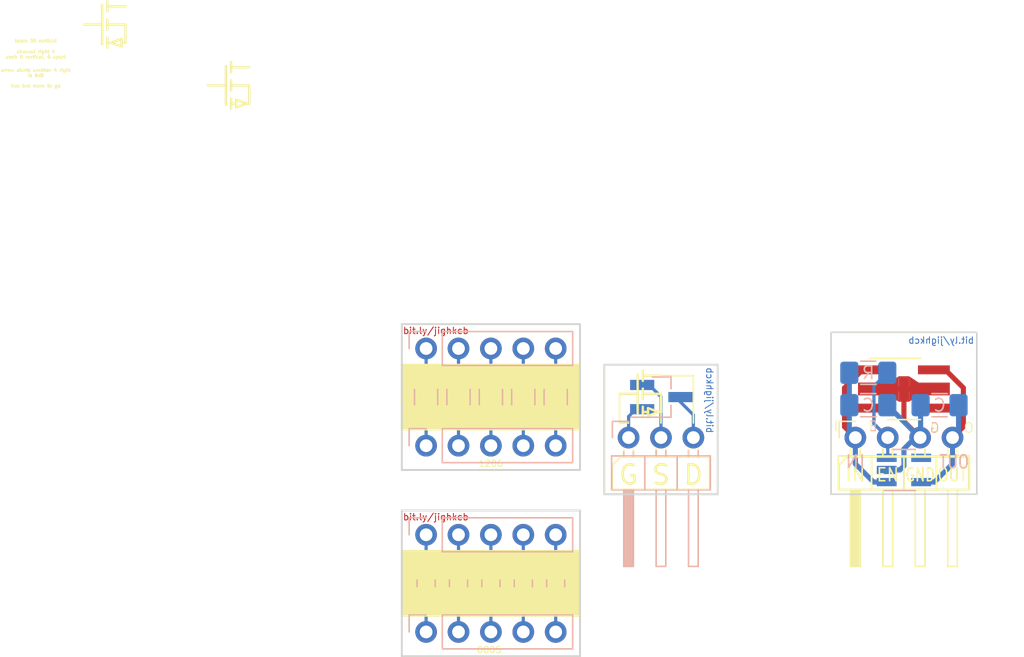
<source format=kicad_pcb>
(kicad_pcb (version 20171130) (host pcbnew 5.0.2-bee76a0~70~ubuntu18.04.1)

  (general
    (thickness 1.6)
    (drawings 124)
    (tracks 71)
    (zones 0)
    (modules 22)
    (nets 28)
  )

  (page A4)
  (layers
    (0 F.Cu signal)
    (31 B.Cu signal)
    (32 B.Adhes user)
    (33 F.Adhes user)
    (34 B.Paste user)
    (35 F.Paste user)
    (36 B.SilkS user)
    (37 F.SilkS user)
    (38 B.Mask user)
    (39 F.Mask user)
    (40 Dwgs.User user)
    (41 Cmts.User user)
    (42 Eco1.User user)
    (43 Eco2.User user)
    (44 Edge.Cuts user)
    (45 Margin user)
    (46 B.CrtYd user)
    (47 F.CrtYd user)
    (48 B.Fab user)
    (49 F.Fab user)
  )

  (setup
    (last_trace_width 0.25)
    (trace_clearance 0.2)
    (zone_clearance 0.508)
    (zone_45_only no)
    (trace_min 0.2)
    (segment_width 0.127)
    (edge_width 0.15)
    (via_size 0.8)
    (via_drill 0.4)
    (via_min_size 0.4)
    (via_min_drill 0.3)
    (uvia_size 0.3)
    (uvia_drill 0.1)
    (uvias_allowed no)
    (uvia_min_size 0.2)
    (uvia_min_drill 0.1)
    (pcb_text_width 0.3)
    (pcb_text_size 1.5 1.5)
    (mod_edge_width 0.15)
    (mod_text_size 1 1)
    (mod_text_width 0.15)
    (pad_size 1.7 1.7)
    (pad_drill 1)
    (pad_to_mask_clearance 0.051)
    (solder_mask_min_width 0.25)
    (aux_axis_origin 0 0)
    (visible_elements FFFFFF7F)
    (pcbplotparams
      (layerselection 0x010f0_ffffffff)
      (usegerberextensions false)
      (usegerberattributes false)
      (usegerberadvancedattributes false)
      (creategerberjobfile false)
      (excludeedgelayer true)
      (linewidth 0.100000)
      (plotframeref false)
      (viasonmask false)
      (mode 1)
      (useauxorigin false)
      (hpglpennumber 1)
      (hpglpenspeed 20)
      (hpglpendiameter 15.000000)
      (psnegative false)
      (psa4output false)
      (plotreference true)
      (plotvalue true)
      (plotinvisibletext false)
      (padsonsilk false)
      (subtractmaskfromsilk false)
      (outputformat 1)
      (mirror false)
      (drillshape 0)
      (scaleselection 1)
      (outputdirectory "sot89-5/"))
  )

  (net 0 "")
  (net 1 "Net-(J8-Pad3)")
  (net 2 "Net-(J8-Pad2)")
  (net 3 "Net-(J8-Pad1)")
  (net 4 "Net-(J6-Pad3)")
  (net 5 "Net-(J6-Pad2)")
  (net 6 "Net-(J6-Pad1)")
  (net 7 "Net-(J8-Pad4)")
  (net 8 "Net-(J6-Pad4)")
  (net 9 "Net-(J6-Pad5)")
  (net 10 "Net-(J8-Pad5)")
  (net 11 "Net-(J10-Pad1)")
  (net 12 "Net-(J10-Pad2)")
  (net 13 "Net-(J10-Pad3)")
  (net 14 "Net-(J10-Pad4)")
  (net 15 "Net-(J10-Pad5)")
  (net 16 "Net-(J13-Pad5)")
  (net 17 "Net-(J13-Pad4)")
  (net 18 "Net-(J13-Pad3)")
  (net 19 "Net-(J13-Pad2)")
  (net 20 "Net-(J13-Pad1)")
  (net 21 "Net-(J18-Pad3)")
  (net 22 "Net-(J18-Pad2)")
  (net 23 "Net-(J18-Pad1)")
  (net 24 "Net-(C1-Pad2)")
  (net 25 "Net-(C1-Pad1)")
  (net 26 "Net-(C2-Pad1)")
  (net 27 "Net-(J17-Pad2)")

  (net_class Default "This is the default net class."
    (clearance 0.2)
    (trace_width 0.25)
    (via_dia 0.8)
    (via_drill 0.4)
    (uvia_dia 0.3)
    (uvia_drill 0.1)
    (add_net "Net-(C1-Pad1)")
    (add_net "Net-(C1-Pad2)")
    (add_net "Net-(C2-Pad1)")
    (add_net "Net-(J10-Pad1)")
    (add_net "Net-(J10-Pad2)")
    (add_net "Net-(J10-Pad3)")
    (add_net "Net-(J10-Pad4)")
    (add_net "Net-(J10-Pad5)")
    (add_net "Net-(J13-Pad1)")
    (add_net "Net-(J13-Pad2)")
    (add_net "Net-(J13-Pad3)")
    (add_net "Net-(J13-Pad4)")
    (add_net "Net-(J13-Pad5)")
    (add_net "Net-(J17-Pad2)")
    (add_net "Net-(J18-Pad1)")
    (add_net "Net-(J18-Pad2)")
    (add_net "Net-(J18-Pad3)")
    (add_net "Net-(J6-Pad1)")
    (add_net "Net-(J6-Pad2)")
    (add_net "Net-(J6-Pad3)")
    (add_net "Net-(J6-Pad4)")
    (add_net "Net-(J6-Pad5)")
    (add_net "Net-(J8-Pad1)")
    (add_net "Net-(J8-Pad2)")
    (add_net "Net-(J8-Pad3)")
    (add_net "Net-(J8-Pad4)")
    (add_net "Net-(J8-Pad5)")
  )

  (module Connector_PinHeader_2.54mm:PinHeader_1x05_P2.54mm_Vertical (layer B.Cu) (tedit 5C82B534) (tstamp 5C8BB034)
    (at 25.4 25.4 270)
    (descr "Through hole straight pin header, 1x05, 2.54mm pitch, single row")
    (tags "Through hole pin header THT 1x05 2.54mm single row")
    (path /5C83417E)
    (fp_text reference J6 (at 0 2.33 270) (layer B.SilkS) hide
      (effects (font (size 1 1) (thickness 0.15)) (justify mirror))
    )
    (fp_text value Conn_01x05_Male (at 0 -12.49 270) (layer B.Fab) hide
      (effects (font (size 1 1) (thickness 0.15)) (justify mirror))
    )
    (fp_text user %R (at 0 -5.08 180) (layer B.Fab)
      (effects (font (size 1 1) (thickness 0.15)) (justify mirror))
    )
    (fp_line (start 1.8 1.8) (end -1.8 1.8) (layer B.CrtYd) (width 0.05))
    (fp_line (start 1.8 -11.95) (end 1.8 1.8) (layer B.CrtYd) (width 0.05))
    (fp_line (start -1.8 -11.95) (end 1.8 -11.95) (layer B.CrtYd) (width 0.05))
    (fp_line (start -1.8 1.8) (end -1.8 -11.95) (layer B.CrtYd) (width 0.05))
    (fp_line (start -1.33 1.33) (end 0 1.33) (layer B.SilkS) (width 0.12))
    (fp_line (start -1.33 0) (end -1.33 1.33) (layer B.SilkS) (width 0.12))
    (fp_line (start -1.33 -1.27) (end 1.33 -1.27) (layer B.SilkS) (width 0.12))
    (fp_line (start 1.33 -1.27) (end 1.33 -11.49) (layer B.SilkS) (width 0.12))
    (fp_line (start -1.33 -1.27) (end -1.33 -11.49) (layer B.SilkS) (width 0.12))
    (fp_line (start -1.33 -11.49) (end 1.33 -11.49) (layer B.SilkS) (width 0.12))
    (fp_line (start -1.27 0.635) (end -0.635 1.27) (layer B.Fab) (width 0.1))
    (fp_line (start -1.27 -11.43) (end -1.27 0.635) (layer B.Fab) (width 0.1))
    (fp_line (start 1.27 -11.43) (end -1.27 -11.43) (layer B.Fab) (width 0.1))
    (fp_line (start 1.27 1.27) (end 1.27 -11.43) (layer B.Fab) (width 0.1))
    (fp_line (start -0.635 1.27) (end 1.27 1.27) (layer B.Fab) (width 0.1))
    (pad 5 thru_hole oval (at 0 -10.16 270) (size 1.7 1.7) (drill 1) (layers *.Cu *.Mask)
      (net 9 "Net-(J6-Pad5)"))
    (pad 4 thru_hole oval (at 0 -7.62 270) (size 1.7 1.7) (drill 1) (layers *.Cu *.Mask)
      (net 8 "Net-(J6-Pad4)"))
    (pad 3 thru_hole oval (at 0 -5.08 270) (size 1.7 1.7) (drill 1) (layers *.Cu *.Mask)
      (net 4 "Net-(J6-Pad3)"))
    (pad 2 thru_hole oval (at 0 -2.54 270) (size 1.7 1.7) (drill 1) (layers *.Cu *.Mask)
      (net 5 "Net-(J6-Pad2)"))
    (pad 1 thru_hole circle (at 0 0 270) (size 1.7 1.7) (drill 1) (layers *.Cu *.Mask)
      (net 6 "Net-(J6-Pad1)"))
    (model ${KISYS3DMOD}/Connector_PinHeader_2.54mm.3dshapes/PinHeader_1x05_P2.54mm_Vertical.wrl
      (at (xyz 0 0 0))
      (scale (xyz 1 1 1))
      (rotate (xyz 0 0 0))
    )
  )

  (module Package_TO_SOT_SMD:SOT-23_Handsoldering (layer B.Cu) (tedit 5A0AB76C) (tstamp 5CA45C9B)
    (at 43.8404 29.21)
    (descr "SOT-23, Handsoldering")
    (tags SOT-23)
    (path /5C83B42A)
    (attr smd)
    (fp_text reference Q13 (at 0 2.5) (layer B.SilkS) hide
      (effects (font (size 1 1) (thickness 0.15)) (justify mirror))
    )
    (fp_text value NMOS (at 0 -2.5) (layer B.Fab)
      (effects (font (size 1 1) (thickness 0.15)) (justify mirror))
    )
    (fp_line (start 0.76 -1.58) (end -0.7 -1.58) (layer B.SilkS) (width 0.12))
    (fp_line (start -0.7 -1.52) (end 0.7 -1.52) (layer B.Fab) (width 0.1))
    (fp_line (start 0.7 1.52) (end 0.7 -1.52) (layer B.Fab) (width 0.1))
    (fp_line (start -0.7 0.95) (end -0.15 1.52) (layer B.Fab) (width 0.1))
    (fp_line (start -0.15 1.52) (end 0.7 1.52) (layer B.Fab) (width 0.1))
    (fp_line (start -0.7 0.95) (end -0.7 -1.5) (layer B.Fab) (width 0.1))
    (fp_line (start 0.76 1.58) (end -2.4 1.58) (layer B.SilkS) (width 0.12))
    (fp_line (start -2.7 -1.75) (end -2.7 1.75) (layer B.CrtYd) (width 0.05))
    (fp_line (start 2.7 -1.75) (end -2.7 -1.75) (layer B.CrtYd) (width 0.05))
    (fp_line (start 2.7 1.75) (end 2.7 -1.75) (layer B.CrtYd) (width 0.05))
    (fp_line (start -2.7 1.75) (end 2.7 1.75) (layer B.CrtYd) (width 0.05))
    (fp_line (start 0.76 1.58) (end 0.76 0.65) (layer B.SilkS) (width 0.12))
    (fp_line (start 0.76 -1.58) (end 0.76 -0.65) (layer B.SilkS) (width 0.12))
    (fp_text user %R (at 0 0 -90) (layer B.Fab)
      (effects (font (size 0.5 0.5) (thickness 0.075)) (justify mirror))
    )
    (pad 3 smd rect (at 1.5 0) (size 1.9 0.8) (layers B.Cu B.Paste B.Mask)
      (net 21 "Net-(J18-Pad3)"))
    (pad 2 smd rect (at -1.5 -0.95) (size 1.9 0.8) (layers B.Cu B.Paste B.Mask)
      (net 22 "Net-(J18-Pad2)"))
    (pad 1 smd rect (at -1.5 0.95) (size 1.9 0.8) (layers B.Cu B.Paste B.Mask)
      (net 23 "Net-(J18-Pad1)"))
    (model ${KISYS3DMOD}/Package_TO_SOT_SMD.3dshapes/SOT-23.wrl
      (at (xyz 0 0 0))
      (scale (xyz 1 1 1))
      (rotate (xyz 0 0 0))
    )
  )

  (module Capacitor_SMD:C_1206_3216Metric_Pad1.42x1.75mm_HandSolder (layer B.Cu) (tedit 5B301BBE) (tstamp 5CA4695C)
    (at 65.659 29.845 180)
    (descr "Capacitor SMD 1206 (3216 Metric), square (rectangular) end terminal, IPC_7351 nominal with elongated pad for handsoldering. (Body size source: http://www.tortai-tech.com/upload/download/2011102023233369053.pdf), generated with kicad-footprint-generator")
    (tags "capacitor handsolder")
    (path /5C8C5ADD)
    (attr smd)
    (fp_text reference C2 (at 0 1.82 180) (layer B.SilkS) hide
      (effects (font (size 1 1) (thickness 0.15)) (justify mirror))
    )
    (fp_text value CP (at 0 -1.82 180) (layer B.Fab)
      (effects (font (size 1 1) (thickness 0.15)) (justify mirror))
    )
    (fp_text user %R (at 0 0 180) (layer B.Fab)
      (effects (font (size 0.8 0.8) (thickness 0.12)) (justify mirror))
    )
    (fp_line (start 2.45 -1.12) (end -2.45 -1.12) (layer B.CrtYd) (width 0.05))
    (fp_line (start 2.45 1.12) (end 2.45 -1.12) (layer B.CrtYd) (width 0.05))
    (fp_line (start -2.45 1.12) (end 2.45 1.12) (layer B.CrtYd) (width 0.05))
    (fp_line (start -2.45 -1.12) (end -2.45 1.12) (layer B.CrtYd) (width 0.05))
    (fp_line (start -0.602064 -0.91) (end 0.602064 -0.91) (layer B.SilkS) (width 0.12))
    (fp_line (start -0.602064 0.91) (end 0.602064 0.91) (layer B.SilkS) (width 0.12))
    (fp_line (start 1.6 -0.8) (end -1.6 -0.8) (layer B.Fab) (width 0.1))
    (fp_line (start 1.6 0.8) (end 1.6 -0.8) (layer B.Fab) (width 0.1))
    (fp_line (start -1.6 0.8) (end 1.6 0.8) (layer B.Fab) (width 0.1))
    (fp_line (start -1.6 -0.8) (end -1.6 0.8) (layer B.Fab) (width 0.1))
    (pad 2 smd roundrect (at 1.4875 0 180) (size 1.425 1.75) (layers B.Cu B.Paste B.Mask) (roundrect_rratio 0.175439)
      (net 24 "Net-(C1-Pad2)"))
    (pad 1 smd roundrect (at -1.4875 0 180) (size 1.425 1.75) (layers B.Cu B.Paste B.Mask) (roundrect_rratio 0.175439)
      (net 26 "Net-(C2-Pad1)"))
    (model ${KISYS3DMOD}/Capacitor_SMD.3dshapes/C_1206_3216Metric.wrl
      (at (xyz 0 0 0))
      (scale (xyz 1 1 1))
      (rotate (xyz 0 0 0))
    )
  )

  (module Package_TO_SOT_SMD:SOT-89-5_Handsoldering (layer F.Cu) (tedit 5A0BBCA8) (tstamp 5CA45CC9)
    (at 62.865 28.575)
    (descr "SOT89-5, Housing,http://www.e-devices.ricoh.co.jp/en/products/product_power/pkg/sot-89-5.pdf")
    (tags "SOT89-5 Housing ")
    (path /5C7F0CA1)
    (attr smd)
    (fp_text reference U1 (at -0.28 -3.52) (layer F.SilkS) hide
      (effects (font (size 1 1) (thickness 0.15)))
    )
    (fp_text value "AP2112K-3.3 SOT-89-5" (at -0.28 3.33) (layer F.Fab)
      (effects (font (size 1 1) (thickness 0.15)))
    )
    (fp_line (start -3.85 2.55) (end -3.85 -2.55) (layer F.CrtYd) (width 0.05))
    (fp_line (start 3.85 -2.55) (end 3.85 2.55) (layer F.CrtYd) (width 0.05))
    (fp_line (start -0.5 -2.3) (end 1.31 -2.3) (layer F.Fab) (width 0.1))
    (fp_line (start -1.29 2.3) (end -1.29 -1.51) (layer F.Fab) (width 0.1))
    (fp_line (start 1.31 2.3) (end -1.29 2.3) (layer F.Fab) (width 0.1))
    (fp_line (start 1.31 -2.3) (end 1.31 2.3) (layer F.Fab) (width 0.1))
    (fp_line (start -1.29 -1.51) (end -0.5 -2.3) (layer F.Fab) (width 0.1))
    (fp_line (start -2.6 -2.4) (end 1.3 -2.4) (layer F.SilkS) (width 0.12))
    (fp_line (start 1.3 2.4) (end -1.3 2.4) (layer F.SilkS) (width 0.12))
    (fp_line (start -3.85 2.55) (end 3.85 2.55) (layer F.CrtYd) (width 0.05))
    (fp_line (start -3.85 -2.55) (end 3.85 -2.55) (layer F.CrtYd) (width 0.05))
    (fp_text user %R (at 0 0 90) (layer F.Fab)
      (effects (font (size 0.6 0.6) (thickness 0.09)))
    )
    (pad 2 smd rect (at 0 0 270) (size 2 0.8) (layers F.Cu F.Paste F.Mask)
      (net 24 "Net-(C1-Pad2)"))
    (pad 2 smd trapezoid (at -0.78 0 90) (size 1.5 0.75) (rect_delta 0 0.5 ) (layers F.Cu F.Paste F.Mask)
      (net 24 "Net-(C1-Pad2)"))
    (pad 2 smd rect (at 2.35 0 270) (size 1 2.5) (layers F.Cu F.Paste F.Mask)
      (net 24 "Net-(C1-Pad2)"))
    (pad 3 smd rect (at -2.35 1.5 270) (size 0.7 2.5) (layers F.Cu F.Paste F.Mask)
      (net 27 "Net-(J17-Pad2)"))
    (pad 2 smd rect (at -2.35 0 270) (size 1 2.5) (layers F.Cu F.Paste F.Mask)
      (net 24 "Net-(C1-Pad2)"))
    (pad 1 smd rect (at -2.35 -1.5 270) (size 0.7 2.5) (layers F.Cu F.Paste F.Mask)
      (net 25 "Net-(C1-Pad1)"))
    (pad 4 smd rect (at 2.35 1.5 270) (size 0.7 2.5) (layers F.Cu F.Paste F.Mask))
    (pad 5 smd rect (at 2.35 -1.5 270) (size 0.7 2.5) (layers F.Cu F.Paste F.Mask)
      (net 26 "Net-(C2-Pad1)"))
    (pad 2 smd trapezoid (at 0.78 0 270) (size 1.5 0.75) (rect_delta 0 0.5 ) (layers F.Cu F.Paste F.Mask)
      (net 24 "Net-(C1-Pad2)"))
    (model ${KISYS3DMOD}/Package_TO_SOT_SMD.3dshapes/SOT-89-5.wrl
      (at (xyz 0 0 0))
      (scale (xyz 1 1 1))
      (rotate (xyz 0 0 0))
    )
  )

  (module Capacitor_SMD:C_1206_3216Metric_Pad1.42x1.75mm_HandSolder (layer B.Cu) (tedit 5B301BBE) (tstamp 5CA4694B)
    (at 60.071 29.845)
    (descr "Capacitor SMD 1206 (3216 Metric), square (rectangular) end terminal, IPC_7351 nominal with elongated pad for handsoldering. (Body size source: http://www.tortai-tech.com/upload/download/2011102023233369053.pdf), generated with kicad-footprint-generator")
    (tags "capacitor handsolder")
    (path /5C8C5BBE)
    (attr smd)
    (fp_text reference C1 (at 0 -2.032) (layer B.SilkS) hide
      (effects (font (size 1 1) (thickness 0.15)) (justify mirror))
    )
    (fp_text value CP (at 0 -1.82) (layer B.Fab)
      (effects (font (size 1 1) (thickness 0.15)) (justify mirror))
    )
    (fp_text user %R (at 0 0) (layer B.Fab)
      (effects (font (size 0.8 0.8) (thickness 0.12)) (justify mirror))
    )
    (fp_line (start 2.45 -1.12) (end -2.45 -1.12) (layer B.CrtYd) (width 0.05))
    (fp_line (start 2.45 1.12) (end 2.45 -1.12) (layer B.CrtYd) (width 0.05))
    (fp_line (start -2.45 1.12) (end 2.45 1.12) (layer B.CrtYd) (width 0.05))
    (fp_line (start -2.45 -1.12) (end -2.45 1.12) (layer B.CrtYd) (width 0.05))
    (fp_line (start -0.602064 -0.91) (end 0.602064 -0.91) (layer B.SilkS) (width 0.12))
    (fp_line (start -0.602064 0.91) (end 0.602064 0.91) (layer B.SilkS) (width 0.12))
    (fp_line (start 1.6 -0.8) (end -1.6 -0.8) (layer B.Fab) (width 0.1))
    (fp_line (start 1.6 0.8) (end 1.6 -0.8) (layer B.Fab) (width 0.1))
    (fp_line (start -1.6 0.8) (end 1.6 0.8) (layer B.Fab) (width 0.1))
    (fp_line (start -1.6 -0.8) (end -1.6 0.8) (layer B.Fab) (width 0.1))
    (pad 2 smd roundrect (at 1.4875 0) (size 1.425 1.75) (layers B.Cu B.Paste B.Mask) (roundrect_rratio 0.175439)
      (net 24 "Net-(C1-Pad2)"))
    (pad 1 smd roundrect (at -1.4875 0) (size 1.425 1.75) (layers B.Cu B.Paste B.Mask) (roundrect_rratio 0.175439)
      (net 25 "Net-(C1-Pad1)"))
    (model ${KISYS3DMOD}/Capacitor_SMD.3dshapes/C_1206_3216Metric.wrl
      (at (xyz 0 0 0))
      (scale (xyz 1 1 1))
      (rotate (xyz 0 0 0))
    )
  )

  (module Resistor_SMD:R_0805_2012Metric_Pad1.15x1.40mm_HandSolder (layer B.Cu) (tedit 5B36C52B) (tstamp 5C8BB32C)
    (at 33.02 43.815 270)
    (descr "Resistor SMD 0805 (2012 Metric), square (rectangular) end terminal, IPC_7351 nominal with elongated pad for handsoldering. (Body size source: https://docs.google.com/spreadsheets/d/1BsfQQcO9C6DZCsRaXUlFlo91Tg2WpOkGARC1WS5S8t0/edit?usp=sharing), generated with kicad-footprint-generator")
    (tags "resistor handsolder")
    (path /5C8A9610)
    (attr smd)
    (fp_text reference R9 (at 0 1.65 270) (layer B.SilkS) hide
      (effects (font (size 1 1) (thickness 0.15)) (justify mirror))
    )
    (fp_text value R (at 0 -1.65 270) (layer B.Fab)
      (effects (font (size 1 1) (thickness 0.15)) (justify mirror))
    )
    (fp_text user %R (at 0 0 270) (layer B.Fab)
      (effects (font (size 0.5 0.5) (thickness 0.08)) (justify mirror))
    )
    (fp_line (start 1.85 -0.95) (end -1.85 -0.95) (layer B.CrtYd) (width 0.05))
    (fp_line (start 1.85 0.95) (end 1.85 -0.95) (layer B.CrtYd) (width 0.05))
    (fp_line (start -1.85 0.95) (end 1.85 0.95) (layer B.CrtYd) (width 0.05))
    (fp_line (start -1.85 -0.95) (end -1.85 0.95) (layer B.CrtYd) (width 0.05))
    (fp_line (start -0.261252 -0.71) (end 0.261252 -0.71) (layer B.SilkS) (width 0.12))
    (fp_line (start -0.261252 0.71) (end 0.261252 0.71) (layer B.SilkS) (width 0.12))
    (fp_line (start 1 -0.6) (end -1 -0.6) (layer B.Fab) (width 0.1))
    (fp_line (start 1 0.6) (end 1 -0.6) (layer B.Fab) (width 0.1))
    (fp_line (start -1 0.6) (end 1 0.6) (layer B.Fab) (width 0.1))
    (fp_line (start -1 -0.6) (end -1 0.6) (layer B.Fab) (width 0.1))
    (pad 2 smd roundrect (at 1.025 0 270) (size 1.15 1.4) (layers B.Cu B.Paste B.Mask) (roundrect_rratio 0.217391)
      (net 17 "Net-(J13-Pad4)"))
    (pad 1 smd roundrect (at -1.025 0 270) (size 1.15 1.4) (layers B.Cu B.Paste B.Mask) (roundrect_rratio 0.217391)
      (net 14 "Net-(J10-Pad4)"))
    (model ${KISYS3DMOD}/Resistor_SMD.3dshapes/R_0805_2012Metric.wrl
      (at (xyz 0 0 0))
      (scale (xyz 1 1 1))
      (rotate (xyz 0 0 0))
    )
  )

  (module Resistor_SMD:R_0805_2012Metric_Pad1.15x1.40mm_HandSolder (layer B.Cu) (tedit 5B36C52B) (tstamp 5C8BB33D)
    (at 35.56 43.815 270)
    (descr "Resistor SMD 0805 (2012 Metric), square (rectangular) end terminal, IPC_7351 nominal with elongated pad for handsoldering. (Body size source: https://docs.google.com/spreadsheets/d/1BsfQQcO9C6DZCsRaXUlFlo91Tg2WpOkGARC1WS5S8t0/edit?usp=sharing), generated with kicad-footprint-generator")
    (tags "resistor handsolder")
    (path /5C8A9617)
    (attr smd)
    (fp_text reference R10 (at 0 1.65 270) (layer B.SilkS) hide
      (effects (font (size 1 1) (thickness 0.15)) (justify mirror))
    )
    (fp_text value R (at 0 -1.65 270) (layer B.Fab)
      (effects (font (size 1 1) (thickness 0.15)) (justify mirror))
    )
    (fp_text user %R (at 0 0 270) (layer B.Fab)
      (effects (font (size 0.5 0.5) (thickness 0.08)) (justify mirror))
    )
    (fp_line (start 1.85 -0.95) (end -1.85 -0.95) (layer B.CrtYd) (width 0.05))
    (fp_line (start 1.85 0.95) (end 1.85 -0.95) (layer B.CrtYd) (width 0.05))
    (fp_line (start -1.85 0.95) (end 1.85 0.95) (layer B.CrtYd) (width 0.05))
    (fp_line (start -1.85 -0.95) (end -1.85 0.95) (layer B.CrtYd) (width 0.05))
    (fp_line (start -0.261252 -0.71) (end 0.261252 -0.71) (layer B.SilkS) (width 0.12))
    (fp_line (start -0.261252 0.71) (end 0.261252 0.71) (layer B.SilkS) (width 0.12))
    (fp_line (start 1 -0.6) (end -1 -0.6) (layer B.Fab) (width 0.1))
    (fp_line (start 1 0.6) (end 1 -0.6) (layer B.Fab) (width 0.1))
    (fp_line (start -1 0.6) (end 1 0.6) (layer B.Fab) (width 0.1))
    (fp_line (start -1 -0.6) (end -1 0.6) (layer B.Fab) (width 0.1))
    (pad 2 smd roundrect (at 1.025 0 270) (size 1.15 1.4) (layers B.Cu B.Paste B.Mask) (roundrect_rratio 0.217391)
      (net 16 "Net-(J13-Pad5)"))
    (pad 1 smd roundrect (at -1.025 0 270) (size 1.15 1.4) (layers B.Cu B.Paste B.Mask) (roundrect_rratio 0.217391)
      (net 15 "Net-(J10-Pad5)"))
    (model ${KISYS3DMOD}/Resistor_SMD.3dshapes/R_0805_2012Metric.wrl
      (at (xyz 0 0 0))
      (scale (xyz 1 1 1))
      (rotate (xyz 0 0 0))
    )
  )

  (module Resistor_SMD:R_0805_2012Metric_Pad1.15x1.40mm_HandSolder (layer B.Cu) (tedit 5B36C52B) (tstamp 5C8BB31B)
    (at 30.48 43.815 270)
    (descr "Resistor SMD 0805 (2012 Metric), square (rectangular) end terminal, IPC_7351 nominal with elongated pad for handsoldering. (Body size source: https://docs.google.com/spreadsheets/d/1BsfQQcO9C6DZCsRaXUlFlo91Tg2WpOkGARC1WS5S8t0/edit?usp=sharing), generated with kicad-footprint-generator")
    (tags "resistor handsolder")
    (path /5C8A9609)
    (attr smd)
    (fp_text reference R8 (at 0 1.65 270) (layer B.SilkS) hide
      (effects (font (size 1 1) (thickness 0.15)) (justify mirror))
    )
    (fp_text value R (at 0 -1.65 270) (layer B.Fab)
      (effects (font (size 1 1) (thickness 0.15)) (justify mirror))
    )
    (fp_text user %R (at 0 0 270) (layer B.Fab)
      (effects (font (size 0.5 0.5) (thickness 0.08)) (justify mirror))
    )
    (fp_line (start 1.85 -0.95) (end -1.85 -0.95) (layer B.CrtYd) (width 0.05))
    (fp_line (start 1.85 0.95) (end 1.85 -0.95) (layer B.CrtYd) (width 0.05))
    (fp_line (start -1.85 0.95) (end 1.85 0.95) (layer B.CrtYd) (width 0.05))
    (fp_line (start -1.85 -0.95) (end -1.85 0.95) (layer B.CrtYd) (width 0.05))
    (fp_line (start -0.261252 -0.71) (end 0.261252 -0.71) (layer B.SilkS) (width 0.12))
    (fp_line (start -0.261252 0.71) (end 0.261252 0.71) (layer B.SilkS) (width 0.12))
    (fp_line (start 1 -0.6) (end -1 -0.6) (layer B.Fab) (width 0.1))
    (fp_line (start 1 0.6) (end 1 -0.6) (layer B.Fab) (width 0.1))
    (fp_line (start -1 0.6) (end 1 0.6) (layer B.Fab) (width 0.1))
    (fp_line (start -1 -0.6) (end -1 0.6) (layer B.Fab) (width 0.1))
    (pad 2 smd roundrect (at 1.025 0 270) (size 1.15 1.4) (layers B.Cu B.Paste B.Mask) (roundrect_rratio 0.217391)
      (net 18 "Net-(J13-Pad3)"))
    (pad 1 smd roundrect (at -1.025 0 270) (size 1.15 1.4) (layers B.Cu B.Paste B.Mask) (roundrect_rratio 0.217391)
      (net 13 "Net-(J10-Pad3)"))
    (model ${KISYS3DMOD}/Resistor_SMD.3dshapes/R_0805_2012Metric.wrl
      (at (xyz 0 0 0))
      (scale (xyz 1 1 1))
      (rotate (xyz 0 0 0))
    )
  )

  (module Resistor_SMD:R_1206_3216Metric_Pad1.42x1.75mm_HandSolder (layer B.Cu) (tedit 5B301BBD) (tstamp 5C82D5C4)
    (at 30.48 29.21 270)
    (descr "Resistor SMD 1206 (3216 Metric), square (rectangular) end terminal, IPC_7351 nominal with elongated pad for handsoldering. (Body size source: http://www.tortai-tech.com/upload/download/2011102023233369053.pdf), generated with kicad-footprint-generator")
    (tags "resistor handsolder")
    (path /5C85B3F5)
    (attr smd)
    (fp_text reference R3 (at 0 1.82 270) (layer B.SilkS) hide
      (effects (font (size 1 1) (thickness 0.15)) (justify mirror))
    )
    (fp_text value R (at 0 -1.82 270) (layer B.Fab)
      (effects (font (size 1 1) (thickness 0.15)) (justify mirror))
    )
    (fp_text user %R (at 0 0 270) (layer B.Fab)
      (effects (font (size 0.8 0.8) (thickness 0.12)) (justify mirror))
    )
    (fp_line (start 2.45 -1.12) (end -2.45 -1.12) (layer B.CrtYd) (width 0.05))
    (fp_line (start 2.45 1.12) (end 2.45 -1.12) (layer B.CrtYd) (width 0.05))
    (fp_line (start -2.45 1.12) (end 2.45 1.12) (layer B.CrtYd) (width 0.05))
    (fp_line (start -2.45 -1.12) (end -2.45 1.12) (layer B.CrtYd) (width 0.05))
    (fp_line (start -0.602064 -0.91) (end 0.602064 -0.91) (layer B.SilkS) (width 0.12))
    (fp_line (start -0.602064 0.91) (end 0.602064 0.91) (layer B.SilkS) (width 0.12))
    (fp_line (start 1.6 -0.8) (end -1.6 -0.8) (layer B.Fab) (width 0.1))
    (fp_line (start 1.6 0.8) (end 1.6 -0.8) (layer B.Fab) (width 0.1))
    (fp_line (start -1.6 0.8) (end 1.6 0.8) (layer B.Fab) (width 0.1))
    (fp_line (start -1.6 -0.8) (end -1.6 0.8) (layer B.Fab) (width 0.1))
    (pad 2 smd roundrect (at 1.4875 0 270) (size 1.425 1.75) (layers B.Cu B.Paste B.Mask) (roundrect_rratio 0.175439)
      (net 1 "Net-(J8-Pad3)"))
    (pad 1 smd roundrect (at -1.4875 0 270) (size 1.425 1.75) (layers B.Cu B.Paste B.Mask) (roundrect_rratio 0.175439)
      (net 4 "Net-(J6-Pad3)"))
    (model ${KISYS3DMOD}/Resistor_SMD.3dshapes/R_1206_3216Metric.wrl
      (at (xyz 0 0 0))
      (scale (xyz 1 1 1))
      (rotate (xyz 0 0 0))
    )
  )

  (module Resistor_SMD:R_1206_3216Metric_Pad1.42x1.75mm_HandSolder (layer B.Cu) (tedit 5B301BBD) (tstamp 5C82D609)
    (at 27.94 29.21 270)
    (descr "Resistor SMD 1206 (3216 Metric), square (rectangular) end terminal, IPC_7351 nominal with elongated pad for handsoldering. (Body size source: http://www.tortai-tech.com/upload/download/2011102023233369053.pdf), generated with kicad-footprint-generator")
    (tags "resistor handsolder")
    (path /5C84E414)
    (attr smd)
    (fp_text reference R2 (at 0 1.82 270) (layer B.SilkS) hide
      (effects (font (size 1 1) (thickness 0.15)) (justify mirror))
    )
    (fp_text value R (at 0 -1.82 270) (layer B.Fab)
      (effects (font (size 1 1) (thickness 0.15)) (justify mirror))
    )
    (fp_text user %R (at 0 0 270) (layer B.Fab)
      (effects (font (size 0.8 0.8) (thickness 0.12)) (justify mirror))
    )
    (fp_line (start 2.45 -1.12) (end -2.45 -1.12) (layer B.CrtYd) (width 0.05))
    (fp_line (start 2.45 1.12) (end 2.45 -1.12) (layer B.CrtYd) (width 0.05))
    (fp_line (start -2.45 1.12) (end 2.45 1.12) (layer B.CrtYd) (width 0.05))
    (fp_line (start -2.45 -1.12) (end -2.45 1.12) (layer B.CrtYd) (width 0.05))
    (fp_line (start -0.602064 -0.91) (end 0.602064 -0.91) (layer B.SilkS) (width 0.12))
    (fp_line (start -0.602064 0.91) (end 0.602064 0.91) (layer B.SilkS) (width 0.12))
    (fp_line (start 1.6 -0.8) (end -1.6 -0.8) (layer B.Fab) (width 0.1))
    (fp_line (start 1.6 0.8) (end 1.6 -0.8) (layer B.Fab) (width 0.1))
    (fp_line (start -1.6 0.8) (end 1.6 0.8) (layer B.Fab) (width 0.1))
    (fp_line (start -1.6 -0.8) (end -1.6 0.8) (layer B.Fab) (width 0.1))
    (pad 2 smd roundrect (at 1.4875 0 270) (size 1.425 1.75) (layers B.Cu B.Paste B.Mask) (roundrect_rratio 0.175439)
      (net 2 "Net-(J8-Pad2)"))
    (pad 1 smd roundrect (at -1.4875 0 270) (size 1.425 1.75) (layers B.Cu B.Paste B.Mask) (roundrect_rratio 0.175439)
      (net 5 "Net-(J6-Pad2)"))
    (model ${KISYS3DMOD}/Resistor_SMD.3dshapes/R_1206_3216Metric.wrl
      (at (xyz 0 0 0))
      (scale (xyz 1 1 1))
      (rotate (xyz 0 0 0))
    )
  )

  (module Resistor_SMD:R_0805_2012Metric_Pad1.15x1.40mm_HandSolder (layer B.Cu) (tedit 5B36C52B) (tstamp 5C8BB2F9)
    (at 25.4 43.815 270)
    (descr "Resistor SMD 0805 (2012 Metric), square (rectangular) end terminal, IPC_7351 nominal with elongated pad for handsoldering. (Body size source: https://docs.google.com/spreadsheets/d/1BsfQQcO9C6DZCsRaXUlFlo91Tg2WpOkGARC1WS5S8t0/edit?usp=sharing), generated with kicad-footprint-generator")
    (tags "resistor handsolder")
    (path /5C8A95FB)
    (attr smd)
    (fp_text reference R6 (at 0 1.65 270) (layer B.SilkS) hide
      (effects (font (size 1 1) (thickness 0.15)) (justify mirror))
    )
    (fp_text value R (at 0 -1.65 270) (layer B.Fab)
      (effects (font (size 1 1) (thickness 0.15)) (justify mirror))
    )
    (fp_text user %R (at 0 0 270) (layer B.Fab)
      (effects (font (size 0.5 0.5) (thickness 0.08)) (justify mirror))
    )
    (fp_line (start 1.85 -0.95) (end -1.85 -0.95) (layer B.CrtYd) (width 0.05))
    (fp_line (start 1.85 0.95) (end 1.85 -0.95) (layer B.CrtYd) (width 0.05))
    (fp_line (start -1.85 0.95) (end 1.85 0.95) (layer B.CrtYd) (width 0.05))
    (fp_line (start -1.85 -0.95) (end -1.85 0.95) (layer B.CrtYd) (width 0.05))
    (fp_line (start -0.261252 -0.71) (end 0.261252 -0.71) (layer B.SilkS) (width 0.12))
    (fp_line (start -0.261252 0.71) (end 0.261252 0.71) (layer B.SilkS) (width 0.12))
    (fp_line (start 1 -0.6) (end -1 -0.6) (layer B.Fab) (width 0.1))
    (fp_line (start 1 0.6) (end 1 -0.6) (layer B.Fab) (width 0.1))
    (fp_line (start -1 0.6) (end 1 0.6) (layer B.Fab) (width 0.1))
    (fp_line (start -1 -0.6) (end -1 0.6) (layer B.Fab) (width 0.1))
    (pad 2 smd roundrect (at 1.025 0 270) (size 1.15 1.4) (layers B.Cu B.Paste B.Mask) (roundrect_rratio 0.217391)
      (net 20 "Net-(J13-Pad1)"))
    (pad 1 smd roundrect (at -1.025 0 270) (size 1.15 1.4) (layers B.Cu B.Paste B.Mask) (roundrect_rratio 0.217391)
      (net 11 "Net-(J10-Pad1)"))
    (model ${KISYS3DMOD}/Resistor_SMD.3dshapes/R_0805_2012Metric.wrl
      (at (xyz 0 0 0))
      (scale (xyz 1 1 1))
      (rotate (xyz 0 0 0))
    )
  )

  (module Resistor_SMD:R_1206_3216Metric_Pad1.42x1.75mm_HandSolder (layer B.Cu) (tedit 5B301BBD) (tstamp 5C82D639)
    (at 35.56 29.21 270)
    (descr "Resistor SMD 1206 (3216 Metric), square (rectangular) end terminal, IPC_7351 nominal with elongated pad for handsoldering. (Body size source: http://www.tortai-tech.com/upload/download/2011102023233369053.pdf), generated with kicad-footprint-generator")
    (tags "resistor handsolder")
    (path /5C8753BD)
    (attr smd)
    (fp_text reference R5 (at 0 1.82 270) (layer B.SilkS) hide
      (effects (font (size 1 1) (thickness 0.15)) (justify mirror))
    )
    (fp_text value R (at 0 -1.82 270) (layer B.Fab)
      (effects (font (size 1 1) (thickness 0.15)) (justify mirror))
    )
    (fp_text user %R (at 0 0 270) (layer B.Fab)
      (effects (font (size 0.8 0.8) (thickness 0.12)) (justify mirror))
    )
    (fp_line (start 2.45 -1.12) (end -2.45 -1.12) (layer B.CrtYd) (width 0.05))
    (fp_line (start 2.45 1.12) (end 2.45 -1.12) (layer B.CrtYd) (width 0.05))
    (fp_line (start -2.45 1.12) (end 2.45 1.12) (layer B.CrtYd) (width 0.05))
    (fp_line (start -2.45 -1.12) (end -2.45 1.12) (layer B.CrtYd) (width 0.05))
    (fp_line (start -0.602064 -0.91) (end 0.602064 -0.91) (layer B.SilkS) (width 0.12))
    (fp_line (start -0.602064 0.91) (end 0.602064 0.91) (layer B.SilkS) (width 0.12))
    (fp_line (start 1.6 -0.8) (end -1.6 -0.8) (layer B.Fab) (width 0.1))
    (fp_line (start 1.6 0.8) (end 1.6 -0.8) (layer B.Fab) (width 0.1))
    (fp_line (start -1.6 0.8) (end 1.6 0.8) (layer B.Fab) (width 0.1))
    (fp_line (start -1.6 -0.8) (end -1.6 0.8) (layer B.Fab) (width 0.1))
    (pad 2 smd roundrect (at 1.4875 0 270) (size 1.425 1.75) (layers B.Cu B.Paste B.Mask) (roundrect_rratio 0.175439)
      (net 10 "Net-(J8-Pad5)"))
    (pad 1 smd roundrect (at -1.4875 0 270) (size 1.425 1.75) (layers B.Cu B.Paste B.Mask) (roundrect_rratio 0.175439)
      (net 9 "Net-(J6-Pad5)"))
    (model ${KISYS3DMOD}/Resistor_SMD.3dshapes/R_1206_3216Metric.wrl
      (at (xyz 0 0 0))
      (scale (xyz 1 1 1))
      (rotate (xyz 0 0 0))
    )
  )

  (module Connector_PinHeader_2.54mm:PinHeader_1x05_P2.54mm_Vertical (layer B.Cu) (tedit 5C82B52B) (tstamp 5C8BB064)
    (at 25.4 33.02 270)
    (descr "Through hole straight pin header, 1x05, 2.54mm pitch, single row")
    (tags "Through hole pin header THT 1x05 2.54mm single row")
    (path /5C834234)
    (fp_text reference J8 (at 0 2.33 270) (layer B.SilkS) hide
      (effects (font (size 1 1) (thickness 0.15)) (justify mirror))
    )
    (fp_text value Conn_01x05_Male (at 0 -12.49 270) (layer B.Fab) hide
      (effects (font (size 1 1) (thickness 0.15)) (justify mirror))
    )
    (fp_text user %R (at 0 -5.08 180) (layer B.Fab)
      (effects (font (size 1 1) (thickness 0.15)) (justify mirror))
    )
    (fp_line (start 1.8 1.8) (end -1.8 1.8) (layer B.CrtYd) (width 0.05))
    (fp_line (start 1.8 -11.95) (end 1.8 1.8) (layer B.CrtYd) (width 0.05))
    (fp_line (start -1.8 -11.95) (end 1.8 -11.95) (layer B.CrtYd) (width 0.05))
    (fp_line (start -1.8 1.8) (end -1.8 -11.95) (layer B.CrtYd) (width 0.05))
    (fp_line (start -1.33 1.33) (end 0 1.33) (layer B.SilkS) (width 0.12))
    (fp_line (start -1.33 0) (end -1.33 1.33) (layer B.SilkS) (width 0.12))
    (fp_line (start -1.33 -1.27) (end 1.33 -1.27) (layer B.SilkS) (width 0.12))
    (fp_line (start 1.33 -1.27) (end 1.33 -11.49) (layer B.SilkS) (width 0.12))
    (fp_line (start -1.33 -1.27) (end -1.33 -11.49) (layer B.SilkS) (width 0.12))
    (fp_line (start -1.33 -11.49) (end 1.33 -11.49) (layer B.SilkS) (width 0.12))
    (fp_line (start -1.27 0.635) (end -0.635 1.27) (layer B.Fab) (width 0.1))
    (fp_line (start -1.27 -11.43) (end -1.27 0.635) (layer B.Fab) (width 0.1))
    (fp_line (start 1.27 -11.43) (end -1.27 -11.43) (layer B.Fab) (width 0.1))
    (fp_line (start 1.27 1.27) (end 1.27 -11.43) (layer B.Fab) (width 0.1))
    (fp_line (start -0.635 1.27) (end 1.27 1.27) (layer B.Fab) (width 0.1))
    (pad 5 thru_hole oval (at 0 -10.16 270) (size 1.7 1.7) (drill 1) (layers *.Cu *.Mask)
      (net 10 "Net-(J8-Pad5)"))
    (pad 4 thru_hole oval (at 0 -7.62 270) (size 1.7 1.7) (drill 1) (layers *.Cu *.Mask)
      (net 7 "Net-(J8-Pad4)"))
    (pad 3 thru_hole oval (at 0 -5.08 270) (size 1.7 1.7) (drill 1) (layers *.Cu *.Mask)
      (net 1 "Net-(J8-Pad3)"))
    (pad 2 thru_hole oval (at 0 -2.54 270) (size 1.7 1.7) (drill 1) (layers *.Cu *.Mask)
      (net 2 "Net-(J8-Pad2)"))
    (pad 1 thru_hole circle (at 0 0 270) (size 1.7 1.7) (drill 1) (layers *.Cu *.Mask)
      (net 3 "Net-(J8-Pad1)"))
    (model ${KISYS3DMOD}/Connector_PinHeader_2.54mm.3dshapes/PinHeader_1x05_P2.54mm_Vertical.wrl
      (at (xyz 0 0 0))
      (scale (xyz 1 1 1))
      (rotate (xyz 0 0 0))
    )
  )

  (module Resistor_SMD:R_1206_3216Metric_Pad1.42x1.75mm_HandSolder (layer B.Cu) (tedit 5B301BBD) (tstamp 5C82D69F)
    (at 33.02 29.21 270)
    (descr "Resistor SMD 1206 (3216 Metric), square (rectangular) end terminal, IPC_7351 nominal with elongated pad for handsoldering. (Body size source: http://www.tortai-tech.com/upload/download/2011102023233369053.pdf), generated with kicad-footprint-generator")
    (tags "resistor handsolder")
    (path /5C8683D8)
    (attr smd)
    (fp_text reference R4 (at 0 1.82 270) (layer B.SilkS) hide
      (effects (font (size 1 1) (thickness 0.15)) (justify mirror))
    )
    (fp_text value R (at 0 -1.82 270) (layer B.Fab)
      (effects (font (size 1 1) (thickness 0.15)) (justify mirror))
    )
    (fp_text user %R (at 0 0 270) (layer B.Fab)
      (effects (font (size 0.8 0.8) (thickness 0.12)) (justify mirror))
    )
    (fp_line (start 2.45 -1.12) (end -2.45 -1.12) (layer B.CrtYd) (width 0.05))
    (fp_line (start 2.45 1.12) (end 2.45 -1.12) (layer B.CrtYd) (width 0.05))
    (fp_line (start -2.45 1.12) (end 2.45 1.12) (layer B.CrtYd) (width 0.05))
    (fp_line (start -2.45 -1.12) (end -2.45 1.12) (layer B.CrtYd) (width 0.05))
    (fp_line (start -0.602064 -0.91) (end 0.602064 -0.91) (layer B.SilkS) (width 0.12))
    (fp_line (start -0.602064 0.91) (end 0.602064 0.91) (layer B.SilkS) (width 0.12))
    (fp_line (start 1.6 -0.8) (end -1.6 -0.8) (layer B.Fab) (width 0.1))
    (fp_line (start 1.6 0.8) (end 1.6 -0.8) (layer B.Fab) (width 0.1))
    (fp_line (start -1.6 0.8) (end 1.6 0.8) (layer B.Fab) (width 0.1))
    (fp_line (start -1.6 -0.8) (end -1.6 0.8) (layer B.Fab) (width 0.1))
    (pad 2 smd roundrect (at 1.4875 0 270) (size 1.425 1.75) (layers B.Cu B.Paste B.Mask) (roundrect_rratio 0.175439)
      (net 7 "Net-(J8-Pad4)"))
    (pad 1 smd roundrect (at -1.4875 0 270) (size 1.425 1.75) (layers B.Cu B.Paste B.Mask) (roundrect_rratio 0.175439)
      (net 8 "Net-(J6-Pad4)"))
    (model ${KISYS3DMOD}/Resistor_SMD.3dshapes/R_1206_3216Metric.wrl
      (at (xyz 0 0 0))
      (scale (xyz 1 1 1))
      (rotate (xyz 0 0 0))
    )
  )

  (module Resistor_SMD:R_0805_2012Metric_Pad1.15x1.40mm_HandSolder (layer B.Cu) (tedit 5B36C52B) (tstamp 5C8BB30A)
    (at 27.94 43.815 270)
    (descr "Resistor SMD 0805 (2012 Metric), square (rectangular) end terminal, IPC_7351 nominal with elongated pad for handsoldering. (Body size source: https://docs.google.com/spreadsheets/d/1BsfQQcO9C6DZCsRaXUlFlo91Tg2WpOkGARC1WS5S8t0/edit?usp=sharing), generated with kicad-footprint-generator")
    (tags "resistor handsolder")
    (path /5C8A9602)
    (attr smd)
    (fp_text reference R7 (at -3.81 5.08 270) (layer B.SilkS) hide
      (effects (font (size 1 1) (thickness 0.15)) (justify mirror))
    )
    (fp_text value R (at 0 -1.65 270) (layer B.Fab)
      (effects (font (size 1 1) (thickness 0.15)) (justify mirror))
    )
    (fp_text user %R (at 0 0 270) (layer B.Fab)
      (effects (font (size 0.5 0.5) (thickness 0.08)) (justify mirror))
    )
    (fp_line (start 1.85 -0.95) (end -1.85 -0.95) (layer B.CrtYd) (width 0.05))
    (fp_line (start 1.85 0.95) (end 1.85 -0.95) (layer B.CrtYd) (width 0.05))
    (fp_line (start -1.85 0.95) (end 1.85 0.95) (layer B.CrtYd) (width 0.05))
    (fp_line (start -1.85 -0.95) (end -1.85 0.95) (layer B.CrtYd) (width 0.05))
    (fp_line (start -0.261252 -0.71) (end 0.261252 -0.71) (layer B.SilkS) (width 0.12))
    (fp_line (start -0.261252 0.71) (end 0.261252 0.71) (layer B.SilkS) (width 0.12))
    (fp_line (start 1 -0.6) (end -1 -0.6) (layer B.Fab) (width 0.1))
    (fp_line (start 1 0.6) (end 1 -0.6) (layer B.Fab) (width 0.1))
    (fp_line (start -1 0.6) (end 1 0.6) (layer B.Fab) (width 0.1))
    (fp_line (start -1 -0.6) (end -1 0.6) (layer B.Fab) (width 0.1))
    (pad 2 smd roundrect (at 1.025 0 270) (size 1.15 1.4) (layers B.Cu B.Paste B.Mask) (roundrect_rratio 0.217391)
      (net 19 "Net-(J13-Pad2)"))
    (pad 1 smd roundrect (at -1.025 0 270) (size 1.15 1.4) (layers B.Cu B.Paste B.Mask) (roundrect_rratio 0.217391)
      (net 12 "Net-(J10-Pad2)"))
    (model ${KISYS3DMOD}/Resistor_SMD.3dshapes/R_0805_2012Metric.wrl
      (at (xyz 0 0 0))
      (scale (xyz 1 1 1))
      (rotate (xyz 0 0 0))
    )
  )

  (module Resistor_SMD:R_1206_3216Metric_Pad1.42x1.75mm_HandSolder (layer B.Cu) (tedit 5B301BBD) (tstamp 5C82D669)
    (at 25.4 29.21 270)
    (descr "Resistor SMD 1206 (3216 Metric), square (rectangular) end terminal, IPC_7351 nominal with elongated pad for handsoldering. (Body size source: http://www.tortai-tech.com/upload/download/2011102023233369053.pdf), generated with kicad-footprint-generator")
    (tags "resistor handsolder")
    (path /5C84E20F)
    (attr smd)
    (fp_text reference R1 (at 0 1.82 270) (layer B.SilkS) hide
      (effects (font (size 1 1) (thickness 0.15)) (justify mirror))
    )
    (fp_text value R (at 0 -1.82 270) (layer B.Fab)
      (effects (font (size 1 1) (thickness 0.15)) (justify mirror))
    )
    (fp_text user %R (at 0 0 270) (layer B.Fab)
      (effects (font (size 0.8 0.8) (thickness 0.12)) (justify mirror))
    )
    (fp_line (start 2.45 -1.12) (end -2.45 -1.12) (layer B.CrtYd) (width 0.05))
    (fp_line (start 2.45 1.12) (end 2.45 -1.12) (layer B.CrtYd) (width 0.05))
    (fp_line (start -2.45 1.12) (end 2.45 1.12) (layer B.CrtYd) (width 0.05))
    (fp_line (start -2.45 -1.12) (end -2.45 1.12) (layer B.CrtYd) (width 0.05))
    (fp_line (start -0.602064 -0.91) (end 0.602064 -0.91) (layer B.SilkS) (width 0.12))
    (fp_line (start -0.602064 0.91) (end 0.602064 0.91) (layer B.SilkS) (width 0.12))
    (fp_line (start 1.6 -0.8) (end -1.6 -0.8) (layer B.Fab) (width 0.1))
    (fp_line (start 1.6 0.8) (end 1.6 -0.8) (layer B.Fab) (width 0.1))
    (fp_line (start -1.6 0.8) (end 1.6 0.8) (layer B.Fab) (width 0.1))
    (fp_line (start -1.6 -0.8) (end -1.6 0.8) (layer B.Fab) (width 0.1))
    (pad 2 smd roundrect (at 1.4875 0 270) (size 1.425 1.75) (layers B.Cu B.Paste B.Mask) (roundrect_rratio 0.175439)
      (net 3 "Net-(J8-Pad1)"))
    (pad 1 smd roundrect (at -1.4875 0 270) (size 1.425 1.75) (layers B.Cu B.Paste B.Mask) (roundrect_rratio 0.175439)
      (net 6 "Net-(J6-Pad1)"))
    (model ${KISYS3DMOD}/Resistor_SMD.3dshapes/R_1206_3216Metric.wrl
      (at (xyz 0 0 0))
      (scale (xyz 1 1 1))
      (rotate (xyz 0 0 0))
    )
  )

  (module Connector_PinHeader_2.54mm:PinHeader_1x05_P2.54mm_Vertical (layer B.Cu) (tedit 5C82B53C) (tstamp 5C8BB097)
    (at 25.4 40.005 270)
    (descr "Through hole straight pin header, 1x05, 2.54mm pitch, single row")
    (tags "Through hole pin header THT 1x05 2.54mm single row")
    (path /5C8A95ED)
    (fp_text reference J10 (at 0 2.33 270) (layer B.SilkS) hide
      (effects (font (size 1 1) (thickness 0.15)) (justify mirror))
    )
    (fp_text value Conn_01x05_Male (at 0 -12.49 270) (layer B.Fab) hide
      (effects (font (size 1 1) (thickness 0.15)) (justify mirror))
    )
    (fp_text user %R (at 0 -5.08 180) (layer B.Fab)
      (effects (font (size 1 1) (thickness 0.15)) (justify mirror))
    )
    (fp_line (start 1.8 1.8) (end -1.8 1.8) (layer B.CrtYd) (width 0.05))
    (fp_line (start 1.8 -11.95) (end 1.8 1.8) (layer B.CrtYd) (width 0.05))
    (fp_line (start -1.8 -11.95) (end 1.8 -11.95) (layer B.CrtYd) (width 0.05))
    (fp_line (start -1.8 1.8) (end -1.8 -11.95) (layer B.CrtYd) (width 0.05))
    (fp_line (start -1.33 1.33) (end 0 1.33) (layer B.SilkS) (width 0.12))
    (fp_line (start -1.33 0) (end -1.33 1.33) (layer B.SilkS) (width 0.12))
    (fp_line (start -1.33 -1.27) (end 1.33 -1.27) (layer B.SilkS) (width 0.12))
    (fp_line (start 1.33 -1.27) (end 1.33 -11.49) (layer B.SilkS) (width 0.12))
    (fp_line (start -1.33 -1.27) (end -1.33 -11.49) (layer B.SilkS) (width 0.12))
    (fp_line (start -1.33 -11.49) (end 1.33 -11.49) (layer B.SilkS) (width 0.12))
    (fp_line (start -1.27 0.635) (end -0.635 1.27) (layer B.Fab) (width 0.1))
    (fp_line (start -1.27 -11.43) (end -1.27 0.635) (layer B.Fab) (width 0.1))
    (fp_line (start 1.27 -11.43) (end -1.27 -11.43) (layer B.Fab) (width 0.1))
    (fp_line (start 1.27 1.27) (end 1.27 -11.43) (layer B.Fab) (width 0.1))
    (fp_line (start -0.635 1.27) (end 1.27 1.27) (layer B.Fab) (width 0.1))
    (pad 5 thru_hole oval (at 0 -10.16 270) (size 1.7 1.7) (drill 1) (layers *.Cu *.Mask)
      (net 15 "Net-(J10-Pad5)"))
    (pad 4 thru_hole oval (at 0 -7.62 270) (size 1.7 1.7) (drill 1) (layers *.Cu *.Mask)
      (net 14 "Net-(J10-Pad4)"))
    (pad 3 thru_hole oval (at 0 -5.08 270) (size 1.7 1.7) (drill 1) (layers *.Cu *.Mask)
      (net 13 "Net-(J10-Pad3)"))
    (pad 2 thru_hole oval (at 0 -2.54 270) (size 1.7 1.7) (drill 1) (layers *.Cu *.Mask)
      (net 12 "Net-(J10-Pad2)"))
    (pad 1 thru_hole circle (at 0 0 270) (size 1.7 1.7) (drill 1) (layers *.Cu *.Mask)
      (net 11 "Net-(J10-Pad1)"))
    (model ${KISYS3DMOD}/Connector_PinHeader_2.54mm.3dshapes/PinHeader_1x05_P2.54mm_Vertical.wrl
      (at (xyz 0 0 0))
      (scale (xyz 1 1 1))
      (rotate (xyz 0 0 0))
    )
  )

  (module Connector_PinHeader_2.54mm:PinHeader_1x05_P2.54mm_Vertical (layer B.Cu) (tedit 5C82B545) (tstamp 5C8BB0E1)
    (at 25.4 47.625 270)
    (descr "Through hole straight pin header, 1x05, 2.54mm pitch, single row")
    (tags "Through hole pin header THT 1x05 2.54mm single row")
    (path /5C8A95F4)
    (fp_text reference J13 (at 0 2.33 270) (layer B.SilkS) hide
      (effects (font (size 1 1) (thickness 0.15)) (justify mirror))
    )
    (fp_text value Conn_01x05_Male (at 0 -12.49 270) (layer B.Fab) hide
      (effects (font (size 1 1) (thickness 0.15)) (justify mirror))
    )
    (fp_text user %R (at 0 -5.08 180) (layer B.Fab)
      (effects (font (size 1 1) (thickness 0.15)) (justify mirror))
    )
    (fp_line (start 1.8 1.8) (end -1.8 1.8) (layer B.CrtYd) (width 0.05))
    (fp_line (start 1.8 -11.95) (end 1.8 1.8) (layer B.CrtYd) (width 0.05))
    (fp_line (start -1.8 -11.95) (end 1.8 -11.95) (layer B.CrtYd) (width 0.05))
    (fp_line (start -1.8 1.8) (end -1.8 -11.95) (layer B.CrtYd) (width 0.05))
    (fp_line (start -1.33 1.33) (end 0 1.33) (layer B.SilkS) (width 0.12))
    (fp_line (start -1.33 0) (end -1.33 1.33) (layer B.SilkS) (width 0.12))
    (fp_line (start -1.33 -1.27) (end 1.33 -1.27) (layer B.SilkS) (width 0.12))
    (fp_line (start 1.33 -1.27) (end 1.33 -11.49) (layer B.SilkS) (width 0.12))
    (fp_line (start -1.33 -1.27) (end -1.33 -11.49) (layer B.SilkS) (width 0.12))
    (fp_line (start -1.33 -11.49) (end 1.33 -11.49) (layer B.SilkS) (width 0.12))
    (fp_line (start -1.27 0.635) (end -0.635 1.27) (layer B.Fab) (width 0.1))
    (fp_line (start -1.27 -11.43) (end -1.27 0.635) (layer B.Fab) (width 0.1))
    (fp_line (start 1.27 -11.43) (end -1.27 -11.43) (layer B.Fab) (width 0.1))
    (fp_line (start 1.27 1.27) (end 1.27 -11.43) (layer B.Fab) (width 0.1))
    (fp_line (start -0.635 1.27) (end 1.27 1.27) (layer B.Fab) (width 0.1))
    (pad 5 thru_hole oval (at 0 -10.16 270) (size 1.7 1.7) (drill 1) (layers *.Cu *.Mask)
      (net 16 "Net-(J13-Pad5)"))
    (pad 4 thru_hole oval (at 0 -7.62 270) (size 1.7 1.7) (drill 1) (layers *.Cu *.Mask)
      (net 17 "Net-(J13-Pad4)"))
    (pad 3 thru_hole oval (at 0 -5.08 270) (size 1.7 1.7) (drill 1) (layers *.Cu *.Mask)
      (net 18 "Net-(J13-Pad3)"))
    (pad 2 thru_hole oval (at 0 -2.54 270) (size 1.7 1.7) (drill 1) (layers *.Cu *.Mask)
      (net 19 "Net-(J13-Pad2)"))
    (pad 1 thru_hole circle (at 0 0 270) (size 1.7 1.7) (drill 1) (layers *.Cu *.Mask)
      (net 20 "Net-(J13-Pad1)"))
    (model ${KISYS3DMOD}/Connector_PinHeader_2.54mm.3dshapes/PinHeader_1x05_P2.54mm_Vertical.wrl
      (at (xyz 0 0 0))
      (scale (xyz 1 1 1))
      (rotate (xyz 0 0 0))
    )
  )

  (module Connector_PinHeader_2.54mm:PinHeader_1x03_P2.54mm_Horizontal (layer B.Cu) (tedit 5C82B561) (tstamp 5C8BB158)
    (at 41.275 32.385 270)
    (descr "Through hole angled pin header, 1x03, 2.54mm pitch, 6mm pin length, single row")
    (tags "Through hole angled pin header THT 1x03 2.54mm single row")
    (path /5C83B423)
    (fp_text reference J18 (at 4.385 2.27 270) (layer B.SilkS) hide
      (effects (font (size 1 1) (thickness 0.15)) (justify mirror))
    )
    (fp_text value Conn_01x03_Male (at 4.385 -7.35 270) (layer B.Fab)
      (effects (font (size 1 1) (thickness 0.15)) (justify mirror))
    )
    (fp_text user %R (at 2.77 -2.54 180) (layer B.Fab)
      (effects (font (size 1 1) (thickness 0.15)) (justify mirror))
    )
    (fp_line (start 10.55 1.8) (end -1.8 1.8) (layer B.CrtYd) (width 0.05))
    (fp_line (start 10.55 -6.85) (end 10.55 1.8) (layer B.CrtYd) (width 0.05))
    (fp_line (start -1.8 -6.85) (end 10.55 -6.85) (layer B.CrtYd) (width 0.05))
    (fp_line (start -1.8 1.8) (end -1.8 -6.85) (layer B.CrtYd) (width 0.05))
    (fp_line (start -1.27 1.27) (end 0 1.27) (layer B.SilkS) (width 0.12))
    (fp_line (start -1.27 0) (end -1.27 1.27) (layer B.SilkS) (width 0.12))
    (fp_line (start 1.042929 -5.46) (end 1.44 -5.46) (layer B.SilkS) (width 0.12))
    (fp_line (start 1.042929 -4.7) (end 1.44 -4.7) (layer B.SilkS) (width 0.12))
    (fp_line (start 10.1 -5.46) (end 4.1 -5.46) (layer B.SilkS) (width 0.12))
    (fp_line (start 10.1 -4.7) (end 10.1 -5.46) (layer B.SilkS) (width 0.12))
    (fp_line (start 4.1 -4.7) (end 10.1 -4.7) (layer B.SilkS) (width 0.12))
    (fp_line (start 1.44 -3.81) (end 4.1 -3.81) (layer B.SilkS) (width 0.12))
    (fp_line (start 1.042929 -2.92) (end 1.44 -2.92) (layer B.SilkS) (width 0.12))
    (fp_line (start 1.042929 -2.16) (end 1.44 -2.16) (layer B.SilkS) (width 0.12))
    (fp_line (start 10.1 -2.92) (end 4.1 -2.92) (layer B.SilkS) (width 0.12))
    (fp_line (start 10.1 -2.16) (end 10.1 -2.92) (layer B.SilkS) (width 0.12))
    (fp_line (start 4.1 -2.16) (end 10.1 -2.16) (layer B.SilkS) (width 0.12))
    (fp_line (start 1.44 -1.27) (end 4.1 -1.27) (layer B.SilkS) (width 0.12))
    (fp_line (start 1.11 -0.38) (end 1.44 -0.38) (layer B.SilkS) (width 0.12))
    (fp_line (start 1.11 0.38) (end 1.44 0.38) (layer B.SilkS) (width 0.12))
    (fp_line (start 4.1 -0.28) (end 10.1 -0.28) (layer B.SilkS) (width 0.12))
    (fp_line (start 4.1 -0.16) (end 10.1 -0.16) (layer B.SilkS) (width 0.12))
    (fp_line (start 4.1 -0.04) (end 10.1 -0.04) (layer B.SilkS) (width 0.12))
    (fp_line (start 4.1 0.08) (end 10.1 0.08) (layer B.SilkS) (width 0.12))
    (fp_line (start 4.1 0.2) (end 10.1 0.2) (layer B.SilkS) (width 0.12))
    (fp_line (start 4.1 0.32) (end 10.1 0.32) (layer B.SilkS) (width 0.12))
    (fp_line (start 10.1 -0.38) (end 4.1 -0.38) (layer B.SilkS) (width 0.12))
    (fp_line (start 10.1 0.38) (end 10.1 -0.38) (layer B.SilkS) (width 0.12))
    (fp_line (start 4.1 0.38) (end 10.1 0.38) (layer B.SilkS) (width 0.12))
    (fp_line (start 4.1 1.33) (end 1.44 1.33) (layer B.SilkS) (width 0.12))
    (fp_line (start 4.1 -6.41) (end 4.1 1.33) (layer B.SilkS) (width 0.12))
    (fp_line (start 1.44 -6.41) (end 4.1 -6.41) (layer B.SilkS) (width 0.12))
    (fp_line (start 1.44 1.33) (end 1.44 -6.41) (layer B.SilkS) (width 0.12))
    (fp_line (start 4.04 -5.4) (end 10.04 -5.4) (layer B.Fab) (width 0.1))
    (fp_line (start 10.04 -4.76) (end 10.04 -5.4) (layer B.Fab) (width 0.1))
    (fp_line (start 4.04 -4.76) (end 10.04 -4.76) (layer B.Fab) (width 0.1))
    (fp_line (start -0.32 -5.4) (end 1.5 -5.4) (layer B.Fab) (width 0.1))
    (fp_line (start -0.32 -4.76) (end -0.32 -5.4) (layer B.Fab) (width 0.1))
    (fp_line (start -0.32 -4.76) (end 1.5 -4.76) (layer B.Fab) (width 0.1))
    (fp_line (start 4.04 -2.86) (end 10.04 -2.86) (layer B.Fab) (width 0.1))
    (fp_line (start 10.04 -2.22) (end 10.04 -2.86) (layer B.Fab) (width 0.1))
    (fp_line (start 4.04 -2.22) (end 10.04 -2.22) (layer B.Fab) (width 0.1))
    (fp_line (start -0.32 -2.86) (end 1.5 -2.86) (layer B.Fab) (width 0.1))
    (fp_line (start -0.32 -2.22) (end -0.32 -2.86) (layer B.Fab) (width 0.1))
    (fp_line (start -0.32 -2.22) (end 1.5 -2.22) (layer B.Fab) (width 0.1))
    (fp_line (start 4.04 -0.32) (end 10.04 -0.32) (layer B.Fab) (width 0.1))
    (fp_line (start 10.04 0.32) (end 10.04 -0.32) (layer B.Fab) (width 0.1))
    (fp_line (start 4.04 0.32) (end 10.04 0.32) (layer B.Fab) (width 0.1))
    (fp_line (start -0.32 -0.32) (end 1.5 -0.32) (layer B.Fab) (width 0.1))
    (fp_line (start -0.32 0.32) (end -0.32 -0.32) (layer B.Fab) (width 0.1))
    (fp_line (start -0.32 0.32) (end 1.5 0.32) (layer B.Fab) (width 0.1))
    (fp_line (start 1.5 0.635) (end 2.135 1.27) (layer B.Fab) (width 0.1))
    (fp_line (start 1.5 -6.35) (end 1.5 0.635) (layer B.Fab) (width 0.1))
    (fp_line (start 4.04 -6.35) (end 1.5 -6.35) (layer B.Fab) (width 0.1))
    (fp_line (start 4.04 1.27) (end 4.04 -6.35) (layer B.Fab) (width 0.1))
    (fp_line (start 2.135 1.27) (end 4.04 1.27) (layer B.Fab) (width 0.1))
    (pad 3 thru_hole oval (at 0 -5.08 270) (size 1.7 1.7) (drill 1) (layers *.Cu *.Mask)
      (net 21 "Net-(J18-Pad3)"))
    (pad 2 thru_hole oval (at 0 -2.54 270) (size 1.7 1.7) (drill 1) (layers *.Cu *.Mask)
      (net 22 "Net-(J18-Pad2)"))
    (pad 1 thru_hole circle (at 0 0 270) (size 1.7 1.7) (drill 1) (layers *.Cu *.Mask)
      (net 23 "Net-(J18-Pad1)"))
    (model ${KISYS3DMOD}/Connector_PinHeader_2.54mm.3dshapes/PinHeader_1x03_P2.54mm_Horizontal.wrl
      (at (xyz 0 0 0))
      (scale (xyz 1 1 1))
      (rotate (xyz 0 0 0))
    )
  )

  (module Resistor_SMD:R_1206_3216Metric_Pad1.42x1.75mm_HandSolder (layer B.Cu) (tedit 5B301BBD) (tstamp 5C8E50DB)
    (at 60.071 27.305)
    (descr "Resistor SMD 1206 (3216 Metric), square (rectangular) end terminal, IPC_7351 nominal with elongated pad for handsoldering. (Body size source: http://www.tortai-tech.com/upload/download/2011102023233369053.pdf), generated with kicad-footprint-generator")
    (tags "resistor handsolder")
    (path /5C88F1C4)
    (attr smd)
    (fp_text reference R11 (at 0 1.82) (layer B.SilkS) hide
      (effects (font (size 1 1) (thickness 0.15)) (justify mirror))
    )
    (fp_text value R (at 0 -1.82) (layer B.Fab)
      (effects (font (size 1 1) (thickness 0.15)) (justify mirror))
    )
    (fp_text user %R (at 0 0) (layer B.Fab)
      (effects (font (size 0.8 0.8) (thickness 0.12)) (justify mirror))
    )
    (fp_line (start 2.45 -1.12) (end -2.45 -1.12) (layer B.CrtYd) (width 0.05))
    (fp_line (start 2.45 1.12) (end 2.45 -1.12) (layer B.CrtYd) (width 0.05))
    (fp_line (start -2.45 1.12) (end 2.45 1.12) (layer B.CrtYd) (width 0.05))
    (fp_line (start -2.45 -1.12) (end -2.45 1.12) (layer B.CrtYd) (width 0.05))
    (fp_line (start -0.602064 -0.91) (end 0.602064 -0.91) (layer B.SilkS) (width 0.12))
    (fp_line (start -0.602064 0.91) (end 0.602064 0.91) (layer B.SilkS) (width 0.12))
    (fp_line (start 1.6 -0.8) (end -1.6 -0.8) (layer B.Fab) (width 0.1))
    (fp_line (start 1.6 0.8) (end 1.6 -0.8) (layer B.Fab) (width 0.1))
    (fp_line (start -1.6 0.8) (end 1.6 0.8) (layer B.Fab) (width 0.1))
    (fp_line (start -1.6 -0.8) (end -1.6 0.8) (layer B.Fab) (width 0.1))
    (pad 2 smd roundrect (at 1.4875 0) (size 1.425 1.75) (layers B.Cu B.Paste B.Mask) (roundrect_rratio 0.175439)
      (net 27 "Net-(J17-Pad2)"))
    (pad 1 smd roundrect (at -1.4875 0) (size 1.425 1.75) (layers B.Cu B.Paste B.Mask) (roundrect_rratio 0.175439)
      (net 25 "Net-(C1-Pad1)"))
    (model ${KISYS3DMOD}/Resistor_SMD.3dshapes/R_1206_3216Metric.wrl
      (at (xyz 0 0 0))
      (scale (xyz 1 1 1))
      (rotate (xyz 0 0 0))
    )
  )

  (module Package_TO_SOT_SMD:SOT-23-5_HandSoldering (layer B.Cu) (tedit 5A0AB76C) (tstamp 5C8ECCB8)
    (at 62.865 34.925)
    (descr "5-pin SOT23 package")
    (tags "SOT-23-5 hand-soldering")
    (path /5C831D9E)
    (attr smd)
    (fp_text reference U2 (at 0 2.9) (layer B.SilkS) hide
      (effects (font (size 1 1) (thickness 0.15)) (justify mirror))
    )
    (fp_text value "AP2112K-3.3 SOT-25" (at 0 -2.9) (layer B.Fab)
      (effects (font (size 1 1) (thickness 0.15)) (justify mirror))
    )
    (fp_line (start 2.38 -1.8) (end -2.38 -1.8) (layer B.CrtYd) (width 0.05))
    (fp_line (start 2.38 -1.8) (end 2.38 1.8) (layer B.CrtYd) (width 0.05))
    (fp_line (start -2.38 1.8) (end -2.38 -1.8) (layer B.CrtYd) (width 0.05))
    (fp_line (start -2.38 1.8) (end 2.38 1.8) (layer B.CrtYd) (width 0.05))
    (fp_line (start 0.9 1.55) (end 0.9 -1.55) (layer B.Fab) (width 0.1))
    (fp_line (start 0.9 -1.55) (end -0.9 -1.55) (layer B.Fab) (width 0.1))
    (fp_line (start -0.9 0.9) (end -0.9 -1.55) (layer B.Fab) (width 0.1))
    (fp_line (start 0.9 1.55) (end -0.25 1.55) (layer B.Fab) (width 0.1))
    (fp_line (start -0.9 0.9) (end -0.25 1.55) (layer B.Fab) (width 0.1))
    (fp_line (start 0.9 1.61) (end -1.55 1.61) (layer B.SilkS) (width 0.12))
    (fp_line (start -0.9 -1.61) (end 0.9 -1.61) (layer B.SilkS) (width 0.12))
    (fp_text user %R (at 0 0 -90) (layer B.Fab)
      (effects (font (size 0.5 0.5) (thickness 0.075)) (justify mirror))
    )
    (pad 5 smd rect (at 1.35 0.95) (size 1.56 0.65) (layers B.Cu B.Paste B.Mask)
      (net 26 "Net-(C2-Pad1)"))
    (pad 4 smd rect (at 1.35 -0.95) (size 1.56 0.65) (layers B.Cu B.Paste B.Mask))
    (pad 3 smd rect (at -1.35 -0.95) (size 1.56 0.65) (layers B.Cu B.Paste B.Mask)
      (net 27 "Net-(J17-Pad2)"))
    (pad 2 smd rect (at -1.35 0) (size 1.56 0.65) (layers B.Cu B.Paste B.Mask)
      (net 24 "Net-(C1-Pad2)"))
    (pad 1 smd rect (at -1.35 0.95) (size 1.56 0.65) (layers B.Cu B.Paste B.Mask)
      (net 25 "Net-(C1-Pad1)"))
    (model ${KISYS3DMOD}/Package_TO_SOT_SMD.3dshapes/SOT-23-5.wrl
      (at (xyz 0 0 0))
      (scale (xyz 1 1 1))
      (rotate (xyz 0 0 0))
    )
  )

  (module jicad:PinHeader_1x04_P2.54mm_Horizontal_Left (layer F.Cu) (tedit 5C821C48) (tstamp 5C8F0DA5)
    (at 59.055 32.385 90)
    (descr "Through hole angled pin header, 1x04, 2.54mm pitch, 6mm pin length, single row")
    (tags "Through hole angled pin header THT 1x04 2.54mm single row")
    (path /5C7F0E2D)
    (fp_text reference J17 (at 0 -3.556 90) (layer F.SilkS) hide
      (effects (font (size 1 1) (thickness 0.15)))
    )
    (fp_text value Conn_01x04_Male (at 0.127 11.049 90) (layer F.Fab)
      (effects (font (size 1 1) (thickness 0.15)))
    )
    (fp_line (start -2.135 -1.27) (end -4.04 -1.27) (layer F.Fab) (width 0.1))
    (fp_line (start -4.04 -1.27) (end -4.04 8.89) (layer F.Fab) (width 0.1))
    (fp_line (start -4.04 8.89) (end -1.5 8.89) (layer F.Fab) (width 0.1))
    (fp_line (start -1.5 8.89) (end -1.5 -0.635) (layer F.Fab) (width 0.1))
    (fp_line (start -1.5 -0.635) (end -2.135 -1.27) (layer F.Fab) (width 0.1))
    (fp_line (start 0.32 -0.32) (end -1.5 -0.32) (layer F.Fab) (width 0.1))
    (fp_line (start 0.32 -0.32) (end 0.32 0.32) (layer F.Fab) (width 0.1))
    (fp_line (start 0.32 0.32) (end -1.5 0.32) (layer F.Fab) (width 0.1))
    (fp_line (start -4.04 -0.32) (end -10.04 -0.32) (layer F.Fab) (width 0.1))
    (fp_line (start -10.04 -0.32) (end -10.04 0.32) (layer F.Fab) (width 0.1))
    (fp_line (start -4.04 0.32) (end -10.04 0.32) (layer F.Fab) (width 0.1))
    (fp_line (start 0.32 2.22) (end -1.5 2.22) (layer F.Fab) (width 0.1))
    (fp_line (start 0.32 2.22) (end 0.32 2.86) (layer F.Fab) (width 0.1))
    (fp_line (start 0.32 2.86) (end -1.5 2.86) (layer F.Fab) (width 0.1))
    (fp_line (start -4.04 2.22) (end -10.04 2.22) (layer F.Fab) (width 0.1))
    (fp_line (start -10.04 2.22) (end -10.04 2.86) (layer F.Fab) (width 0.1))
    (fp_line (start -4.04 2.86) (end -10.04 2.86) (layer F.Fab) (width 0.1))
    (fp_line (start 0.32 4.76) (end -1.5 4.76) (layer F.Fab) (width 0.1))
    (fp_line (start 0.32 4.76) (end 0.32 5.4) (layer F.Fab) (width 0.1))
    (fp_line (start 0.32 5.4) (end -1.5 5.4) (layer F.Fab) (width 0.1))
    (fp_line (start -4.04 4.76) (end -10.04 4.76) (layer F.Fab) (width 0.1))
    (fp_line (start -10.04 4.76) (end -10.04 5.4) (layer F.Fab) (width 0.1))
    (fp_line (start -4.04 5.4) (end -10.04 5.4) (layer F.Fab) (width 0.1))
    (fp_line (start 0.32 7.3) (end -1.5 7.3) (layer F.Fab) (width 0.1))
    (fp_line (start 0.32 7.3) (end 0.32 7.94) (layer F.Fab) (width 0.1))
    (fp_line (start 0.32 7.94) (end -1.5 7.94) (layer F.Fab) (width 0.1))
    (fp_line (start -4.04 7.3) (end -10.04 7.3) (layer F.Fab) (width 0.1))
    (fp_line (start -10.04 7.3) (end -10.04 7.94) (layer F.Fab) (width 0.1))
    (fp_line (start -4.04 7.94) (end -10.04 7.94) (layer F.Fab) (width 0.1))
    (fp_line (start -1.44 -1.33) (end -1.44 8.95) (layer F.SilkS) (width 0.12))
    (fp_line (start -1.44 8.95) (end -4.1 8.95) (layer F.SilkS) (width 0.12))
    (fp_line (start -4.1 8.95) (end -4.1 -1.33) (layer F.SilkS) (width 0.12))
    (fp_line (start -4.1 -1.33) (end -1.44 -1.33) (layer F.SilkS) (width 0.12))
    (fp_line (start -4.1 -0.38) (end -10.1 -0.38) (layer F.SilkS) (width 0.12))
    (fp_line (start -10.1 -0.38) (end -10.1 0.38) (layer F.SilkS) (width 0.12))
    (fp_line (start -10.1 0.38) (end -4.1 0.38) (layer F.SilkS) (width 0.12))
    (fp_line (start -4.1 -0.32) (end -10.1 -0.32) (layer F.SilkS) (width 0.12))
    (fp_line (start -4.1 -0.2) (end -10.1 -0.2) (layer F.SilkS) (width 0.12))
    (fp_line (start -4.1 -0.08) (end -10.1 -0.08) (layer F.SilkS) (width 0.12))
    (fp_line (start -4.1 0.04) (end -10.1 0.04) (layer F.SilkS) (width 0.12))
    (fp_line (start -4.1 0.16) (end -10.1 0.16) (layer F.SilkS) (width 0.12))
    (fp_line (start -4.1 0.28) (end -10.1 0.28) (layer F.SilkS) (width 0.12))
    (fp_line (start -1.11 -0.38) (end -1.44 -0.38) (layer F.SilkS) (width 0.12))
    (fp_line (start -1.11 0.38) (end -1.44 0.38) (layer F.SilkS) (width 0.12))
    (fp_line (start -1.44 1.27) (end -4.1 1.27) (layer F.SilkS) (width 0.12))
    (fp_line (start -4.1 2.16) (end -10.1 2.16) (layer F.SilkS) (width 0.12))
    (fp_line (start -10.1 2.16) (end -10.1 2.92) (layer F.SilkS) (width 0.12))
    (fp_line (start -10.1 2.92) (end -4.1 2.92) (layer F.SilkS) (width 0.12))
    (fp_line (start -1.042929 2.16) (end -1.44 2.16) (layer F.SilkS) (width 0.12))
    (fp_line (start -1.042929 2.92) (end -1.44 2.92) (layer F.SilkS) (width 0.12))
    (fp_line (start -1.44 3.81) (end -4.1 3.81) (layer F.SilkS) (width 0.12))
    (fp_line (start -4.1 4.7) (end -10.1 4.7) (layer F.SilkS) (width 0.12))
    (fp_line (start -10.1 4.7) (end -10.1 5.46) (layer F.SilkS) (width 0.12))
    (fp_line (start -10.1 5.46) (end -4.1 5.46) (layer F.SilkS) (width 0.12))
    (fp_line (start -1.042929 4.7) (end -1.44 4.7) (layer F.SilkS) (width 0.12))
    (fp_line (start -1.042929 5.46) (end -1.44 5.46) (layer F.SilkS) (width 0.12))
    (fp_line (start -1.44 6.35) (end -4.1 6.35) (layer F.SilkS) (width 0.12))
    (fp_line (start -4.1 7.24) (end -10.1 7.24) (layer F.SilkS) (width 0.12))
    (fp_line (start -10.1 7.24) (end -10.1 8) (layer F.SilkS) (width 0.12))
    (fp_line (start -10.1 8) (end -4.1 8) (layer F.SilkS) (width 0.12))
    (fp_line (start -1.042929 7.24) (end -1.44 7.24) (layer F.SilkS) (width 0.12))
    (fp_line (start -1.042929 8) (end -1.44 8) (layer F.SilkS) (width 0.12))
    (fp_line (start 1.27 0) (end 1.27 -1.27) (layer F.SilkS) (width 0.12))
    (fp_line (start 1.27 -1.27) (end 0 -1.27) (layer F.SilkS) (width 0.12))
    (fp_line (start 1.8 -1.8) (end 1.8 9.4) (layer F.CrtYd) (width 0.05))
    (fp_line (start 1.8 9.4) (end -10.55 9.4) (layer F.CrtYd) (width 0.05))
    (fp_line (start -10.55 9.4) (end -10.55 -1.8) (layer F.CrtYd) (width 0.05))
    (fp_line (start -10.55 -1.8) (end 1.8 -1.8) (layer F.CrtYd) (width 0.05))
    (fp_text user %R (at -2.77 3.81 180) (layer F.Fab)
      (effects (font (size 1 1) (thickness 0.15)))
    )
    (pad 1 thru_hole circle (at 0 0 90) (size 1.7 1.7) (drill 1) (layers *.Cu *.Mask)
      (net 25 "Net-(C1-Pad1)"))
    (pad 2 thru_hole oval (at 0 2.54 90) (size 1.7 1.7) (drill 1) (layers *.Cu *.Mask)
      (net 27 "Net-(J17-Pad2)"))
    (pad 3 thru_hole oval (at 0 5.08 90) (size 1.7 1.7) (drill 1) (layers *.Cu *.Mask)
      (net 24 "Net-(C1-Pad2)"))
    (pad 4 thru_hole oval (at 0 7.62 90) (size 1.7 1.7) (drill 1) (layers *.Cu *.Mask)
      (net 26 "Net-(C2-Pad1)"))
    (model ${KISYS3DMOD}/Connector_PinHeader_2.54mm.3dshapes/PinHeader_1x04_P2.54mm_Horizontal.wrl
      (offset (xyz 0 -7.62 0))
      (scale (xyz 1 1 1))
      (rotate (xyz 0 0 -180))
    )
  )

  (gr_text bit.ly/jighkcb (at 65.786 24.765) (layer B.Cu) (tstamp 5C834999)
    (effects (font (size 0.508 0.508) (thickness 0.0762)) (justify mirror))
  )
  (gr_line (start 1.8288 0) (end 1.8288 1.4224) (layer F.SilkS) (width 0.1905) (tstamp 5C8337F7))
  (gr_line (start 0.4064 -1.4224) (end 1.8288 -1.4224) (layer F.SilkS) (width 0.1905) (tstamp 5C8337F6))
  (gr_line (start 0 0) (end -1.4224 0) (layer F.SilkS) (width 0.1905) (tstamp 5C8337F5))
  (gr_line (start 1.524 1.7272) (end 1.524 1.4224) (layer F.SilkS) (width 0.1905) (tstamp 5C833A02))
  (gr_line (start 0.4064 -1.016) (end 0.4064 -1.8288) (layer F.SilkS) (width 0.1905) (tstamp 5C8337F3))
  (gr_line (start 0.4064 0) (end 1.8288 0) (layer F.SilkS) (width 0.1905) (tstamp 5C8337F2))
  (gr_line (start 1.524 1.4224) (end 1.524 1.1176) (layer F.SilkS) (width 0.1905) (tstamp 5C8339FC))
  (gr_line (start 0.4064 -0.4064) (end 0.4064 0.4064) (layer F.SilkS) (width 0.1905) (tstamp 5C8337F0))
  (gr_line (start 0.7112 1.4224) (end 1.524 1.1176) (layer F.SilkS) (width 0.1905) (tstamp 5C8339F9))
  (gr_line (start 1.524 1.7272) (end 0.7112 1.4224) (layer F.SilkS) (width 0.1905) (tstamp 5C8339FF))
  (gr_line (start 0.4064 1.4224) (end 0.7112 1.4224) (layer F.SilkS) (width 0.1905) (tstamp 5C8337ED))
  (gr_line (start 1.524 1.4224) (end 1.8288 1.4224) (layer F.SilkS) (width 0.1905) (tstamp 5C8337EC))
  (gr_line (start 0.4064 1.016) (end 0.4064 1.8288) (layer F.SilkS) (width 0.1905) (tstamp 5C8337EB))
  (gr_line (start 1.8288 1.4224) (end 1.8288 1.397) (layer F.SilkS) (width 0.127) (tstamp 5C8337EA))
  (gr_line (start 0 -1.524) (end 0 1.524) (layer F.SilkS) (width 0.1905) (tstamp 5C8337E9))
  (gr_text bit.ly/jighkcb (at 26.162 38.608) (layer F.Cu) (tstamp 5C832BED)
    (effects (font (size 0.508 0.508) (thickness 0.0762)))
  )
  (gr_text bit.ly/jighkcb (at 26.162 24.003) (layer F.Cu) (tstamp 5C832BED)
    (effects (font (size 0.508 0.508) (thickness 0.0762)))
  )
  (gr_text bit.ly/jighkcb (at 47.625 29.464 270) (layer B.Cu) (tstamp 5C832076)
    (effects (font (size 0.508 0.508) (thickness 0.0762)) (justify mirror))
  )
  (gr_poly (pts (xy 23.495 41.275) (xy 37.465 41.275) (xy 37.465 46.355) (xy 23.495 46.355)) (layer F.SilkS) (width 0.15) (tstamp 5C83193A))
  (gr_poly (pts (xy 23.495 26.67) (xy 37.465 26.67) (xy 37.465 31.75) (xy 23.495 31.75)) (layer F.SilkS) (width 0.15))
  (gr_line (start 40.5638 31.242) (end 41.275 31.242) (layer F.SilkS) (width 0.127))
  (gr_line (start 40.5638 28.956) (end 40.5638 31.242) (layer F.SilkS) (width 0.127))
  (gr_line (start 46.355 27.5336) (end 46.355 31.242) (layer F.SilkS) (width 0.127))
  (gr_line (start 43.815 27.5336) (end 46.355 27.5336) (layer F.SilkS) (width 0.127))
  (gr_line (start 43.815 30.3784) (end 43.815 31.242) (layer F.SilkS) (width 0.127))
  (gr_line (start 9.7028 4.7752) (end 8.2804 4.7752) (layer F.SilkS) (width 0.1905) (tstamp 5C82BB43))
  (gr_line (start 10.1092 4.7752) (end 11.5316 4.7752) (layer F.SilkS) (width 0.1905) (tstamp 5C82BB42))
  (gr_line (start 10.1092 3.7592) (end 10.1092 2.9464) (layer F.SilkS) (width 0.1905) (tstamp 5C82BB41))
  (gr_line (start 10.1092 5.7912) (end 10.1092 6.604) (layer F.SilkS) (width 0.1905) (tstamp 5C82BB40))
  (gr_line (start 10.5156 6.5024) (end 10.5156 6.1976) (layer F.SilkS) (width 0.1905) (tstamp 5C82BB3F))
  (gr_line (start 11.5316 6.1976) (end 11.5316 6.1722) (layer F.SilkS) (width 0.127) (tstamp 5C82BB3E))
  (gr_line (start 11.5316 4.7752) (end 11.5316 6.1976) (layer F.SilkS) (width 0.1905) (tstamp 5C82BB3D))
  (gr_line (start 10.1092 6.1976) (end 10.5156 6.1976) (layer F.SilkS) (width 0.1905) (tstamp 5C82BB3C))
  (gr_line (start 10.1092 4.3688) (end 10.1092 5.1816) (layer F.SilkS) (width 0.1905) (tstamp 5C82BB3B))
  (gr_line (start 10.1092 3.3528) (end 11.5316 3.3528) (layer F.SilkS) (width 0.1905) (tstamp 5C82BB3A))
  (gr_line (start 10.5156 6.1976) (end 10.5156 5.8928) (layer F.SilkS) (width 0.1905) (tstamp 5C82BB39))
  (gr_line (start 9.7028 3.2512) (end 9.7028 6.2992) (layer F.SilkS) (width 0.1905) (tstamp 5C82BB38))
  (gr_line (start 10.5156 5.8928) (end 11.3284 6.1976) (layer F.SilkS) (width 0.1905) (tstamp 5C82BB37))
  (gr_line (start 11.3284 6.1976) (end 10.5156 6.5024) (layer F.SilkS) (width 0.1905) (tstamp 5C82BB36))
  (gr_line (start 11.3284 6.1976) (end 11.5316 6.1976) (layer F.SilkS) (width 0.1905) (tstamp 5C82BB35))
  (gr_line (start 42.3926 28.956) (end 43.815 28.956) (layer F.SilkS) (width 0.1905) (tstamp 5C82BA4C))
  (gr_line (start 43.815 28.956) (end 43.815 30.3784) (layer F.SilkS) (width 0.1905) (tstamp 5C82BA4B))
  (gr_line (start 42.3926 29.972) (end 42.3926 30.7848) (layer F.SilkS) (width 0.1905) (tstamp 5C82BA4A))
  (gr_line (start 41.9862 28.956) (end 40.5638 28.956) (layer F.SilkS) (width 0.1905) (tstamp 5C82BA49))
  (gr_line (start 42.3926 28.5496) (end 42.3926 29.3624) (layer F.SilkS) (width 0.1905) (tstamp 5C82BA48))
  (gr_line (start 42.799 30.0736) (end 43.6118 30.3784) (layer F.SilkS) (width 0.1905) (tstamp 5C82BA47))
  (gr_line (start 42.3926 27.5336) (end 43.815 27.5336) (layer F.SilkS) (width 0.1905) (tstamp 5C82BA46))
  (gr_line (start 43.6118 30.3784) (end 42.799 30.6832) (layer F.SilkS) (width 0.1905) (tstamp 5C82BA45))
  (gr_line (start 42.799 30.3784) (end 42.799 30.0736) (layer F.SilkS) (width 0.1905) (tstamp 5C82BA44))
  (gr_line (start 42.799 30.6832) (end 42.799 30.3784) (layer F.SilkS) (width 0.1905) (tstamp 5C82BA43))
  (gr_line (start 43.6118 30.3784) (end 43.815 30.3784) (layer F.SilkS) (width 0.1905) (tstamp 5C82BA42))
  (gr_line (start 42.3926 30.3784) (end 42.799 30.3784) (layer F.SilkS) (width 0.1905) (tstamp 5C82BA41))
  (gr_line (start 43.815 30.3784) (end 43.815 30.353) (layer F.SilkS) (width 0.127) (tstamp 5C82BA40))
  (gr_line (start 42.3926 27.94) (end 42.3926 27.1272) (layer F.SilkS) (width 0.1905) (tstamp 5C82BA3F))
  (gr_line (start 41.9862 27.432) (end 41.9862 30.48) (layer F.SilkS) (width 0.1905) (tstamp 5C82BA3E))
  (gr_text "arrow starts another 4 right\nis 6x8\n\nhas two more to go" (at -5.207 4.191) (layer F.SilkS) (tstamp 5C82B72D)
    (effects (font (size 0.254 0.254) (thickness 0.0635)))
  )
  (gr_text "channel right 4\neach 8 vertical, 6 apart\n\n" (at -5.207 2.54) (layer F.SilkS) (tstamp 5C82B72D)
    (effects (font (size 0.254 0.254) (thickness 0.0635)))
  )
  (gr_text "base: 30 vertical\n" (at -5.207 1.27) (layer F.SilkS)
    (effects (font (size 0.254 0.254) (thickness 0.0635)))
  )
  (gr_text I (at 57.531 31.496) (layer F.SilkS) (tstamp 5C8F29BC)
    (effects (font (size 0.762 0.762) (thickness 0.0762)))
  )
  (gr_text O (at 67.945 31.623) (layer F.SilkS) (tstamp 5C8F29BC)
    (effects (font (size 0.762 0.762) (thickness 0.0762)))
  )
  (gr_text G (at 65.278 31.623) (layer F.SilkS) (tstamp 5C8F28A9)
    (effects (font (size 0.762 0.762) (thickness 0.0762)))
  )
  (gr_text E (at 60.452 31.496) (layer F.SilkS) (tstamp 5C8F2749)
    (effects (font (size 0.762 0.762) (thickness 0.0762)))
  )
  (gr_text G (at 65.278 31.623) (layer B.SilkS) (tstamp 5C8F1B8E)
    (effects (font (size 0.762 0.762) (thickness 0.0762)) (justify mirror))
  )
  (gr_text E (at 60.452 31.496) (layer B.SilkS) (tstamp 5C8F1B8E)
    (effects (font (size 0.762 0.762) (thickness 0.0762)) (justify mirror))
  )
  (gr_text 0805 (at 30.353 49.022) (layer F.SilkS) (tstamp 5C8EE8AE)
    (effects (font (size 0.508 0.508) (thickness 0.0762)))
  )
  (gr_text OUT (at 66.802 34.29) (layer B.SilkS) (tstamp 5C8DBBD9)
    (effects (font (size 1.016 0.8128) (thickness 0.127)) (justify mirror))
  )
  (gr_text IN (at 59.055 34.29) (layer B.SilkS) (tstamp 5C8DBA69)
    (effects (font (size 1.016 1.016) (thickness 0.127)) (justify mirror))
  )
  (gr_text C (at 60.071 29.845) (layer B.SilkS) (tstamp 5C8E624C)
    (effects (font (size 1 1) (thickness 0.125)) (justify mirror))
  )
  (gr_text C (at 65.659 29.845) (layer B.SilkS) (tstamp 5C8E6004)
    (effects (font (size 1 1) (thickness 0.125)) (justify mirror))
  )
  (gr_text R (at 60.071 27.305) (layer B.SilkS)
    (effects (font (size 1 1) (thickness 0.125)) (justify mirror))
  )
  (gr_line (start 63.754 33.909) (end 63.754 33.274) (layer F.SilkS) (width 0.127) (tstamp 5C980633))
  (gr_text EN (at 61.595 35.306) (layer F.SilkS) (tstamp 5C9802A0)
    (effects (font (size 1.016 0.889) (thickness 0.127)))
  )
  (gr_line (start 67.056 33.909) (end 67.056 33.274) (layer F.SilkS) (width 0.127) (tstamp 5C980633))
  (gr_line (start 58.42 33.909) (end 57.785 34.544) (layer F.SilkS) (width 0.127))
  (gr_line (start 68.58 36.83) (end 57.15 36.83) (layer Edge.Cuts) (width 0.127))
  (gr_line (start 57.15 24.13) (end 68.58 24.13) (layer Edge.Cuts) (width 0.127))
  (gr_line (start 61.214 33.909) (end 61.214 33.274) (layer F.SilkS) (width 0.127) (tstamp 5C980633))
  (gr_text GND (at 64.135 35.306) (layer F.SilkS)
    (effects (font (size 1.016 0.762) (thickness 0.127)))
  )
  (gr_text IN (at 59.055 35.306) (layer F.SilkS)
    (effects (font (size 1.016 1.016) (thickness 0.127)))
  )
  (gr_line (start 66.294 33.909) (end 66.294 33.274) (layer F.SilkS) (width 0.127) (tstamp 5C980633))
  (gr_line (start 58.674 33.909) (end 58.674 33.274) (layer F.SilkS) (width 0.127))
  (gr_line (start 57.785 34.544) (end 57.785 36.449) (layer F.SilkS) (width 0.127))
  (gr_line (start 59.436 33.909) (end 59.436 33.274) (layer F.SilkS) (width 0.127) (tstamp 5C98062C))
  (gr_line (start 57.15 36.83) (end 57.15 24.13) (layer Edge.Cuts) (width 0.127))
  (gr_line (start 68.58 24.13) (end 68.58 36.83) (layer Edge.Cuts) (width 0.127))
  (gr_line (start 67.945 36.449) (end 67.945 33.909) (layer F.SilkS) (width 0.127))
  (gr_line (start 64.516 33.909) (end 64.516 33.274) (layer F.SilkS) (width 0.127) (tstamp 5C980633))
  (gr_text OUT (at 66.675 35.306) (layer F.SilkS) (tstamp 5C9802A0)
    (effects (font (size 1.016 0.8128) (thickness 0.127)))
  )
  (gr_line (start 62.865 33.909) (end 62.865 36.449) (layer F.SilkS) (width 0.127))
  (gr_line (start 61.976 33.909) (end 61.976 33.274) (layer F.SilkS) (width 0.127) (tstamp 5C980633))
  (gr_line (start 65.405 33.909) (end 65.405 36.449) (layer F.SilkS) (width 0.127))
  (gr_line (start 57.785 36.449) (end 67.945 36.449) (layer F.SilkS) (width 0.127))
  (gr_line (start 60.325 33.909) (end 60.325 36.449) (layer F.SilkS) (width 0.127))
  (gr_line (start 67.945 33.909) (end 58.42 33.909) (layer F.SilkS) (width 0.127))
  (gr_line (start 23.495 49.53) (end 37.465 49.53) (layer Edge.Cuts) (width 0.15) (tstamp 5C8BD36B))
  (gr_line (start 23.495 23.495) (end 23.495 34.925) (layer Edge.Cuts) (width 0.15) (tstamp 5C7F0EF6))
  (gr_line (start 23.495 34.925) (end 37.465 34.925) (layer Edge.Cuts) (width 0.15) (tstamp 5C7F0F4D))
  (gr_line (start 37.465 34.925) (end 37.465 23.495) (layer Edge.Cuts) (width 0.15) (tstamp 5C7F0F4B))
  (gr_line (start 37.465 49.53) (end 37.465 38.1) (layer Edge.Cuts) (width 0.15) (tstamp 5C8BD36F))
  (gr_line (start 23.495 38.1) (end 37.465 38.1) (layer Edge.Cuts) (width 0.15) (tstamp 5C8BD36B))
  (gr_line (start 23.495 49.53) (end 23.495 38.1) (layer Edge.Cuts) (width 0.15) (tstamp 5C8BD36F))
  (gr_text 1206 (at 30.48 34.417) (layer F.SilkS) (tstamp 5C7F0F4C)
    (effects (font (size 0.508 0.508) (thickness 0.0762)))
  )
  (gr_line (start 23.495 23.495) (end 37.465 23.495) (layer Edge.Cuts) (width 0.15) (tstamp 5C7F0EF5))
  (gr_line (start 44.196 33.909) (end 44.196 33.274) (layer F.SilkS) (width 0.127) (tstamp 5C98109B))
  (gr_text S (at 43.815 35.306) (layer F.SilkS) (tstamp 5C8C9560)
    (effects (font (size 1.5 1.5) (thickness 0.2)))
  )
  (gr_text G (at 41.275 35.306) (layer F.SilkS) (tstamp 5C8C9560)
    (effects (font (size 1.5 1.5) (thickness 0.2)))
  )
  (gr_line (start 42.545 33.909) (end 42.545 36.449) (layer F.SilkS) (width 0.127) (tstamp 5C981098))
  (gr_line (start 45.974 33.909) (end 45.974 33.274) (layer F.SilkS) (width 0.127) (tstamp 5C981099))
  (gr_line (start 47.625 33.909) (end 40.64 33.909) (layer F.SilkS) (width 0.127) (tstamp 5C981092))
  (gr_line (start 39.37 26.67) (end 39.37 36.83) (layer Edge.Cuts) (width 0.15))
  (gr_line (start 40.005 34.544) (end 40.005 36.449) (layer F.SilkS) (width 0.127) (tstamp 5C981095))
  (gr_line (start 40.005 36.449) (end 47.625 36.449) (layer F.SilkS) (width 0.127) (tstamp 5C9810A0))
  (gr_line (start 39.37 36.83) (end 48.26 36.83) (layer Edge.Cuts) (width 0.15))
  (gr_line (start 45.085 33.909) (end 45.085 36.449) (layer F.SilkS) (width 0.127) (tstamp 5C98109E))
  (gr_line (start 41.656 33.909) (end 41.656 33.274) (layer F.SilkS) (width 0.127) (tstamp 5C98109D))
  (gr_line (start 40.894 33.909) (end 40.894 33.274) (layer F.SilkS) (width 0.127) (tstamp 5C981096))
  (gr_line (start 40.64 33.909) (end 40.005 34.544) (layer F.SilkS) (width 0.127) (tstamp 5C9810A1))
  (gr_line (start 43.434 33.909) (end 43.434 33.274) (layer F.SilkS) (width 0.127) (tstamp 5C981097))
  (gr_line (start 48.26 26.67) (end 39.37 26.67) (layer Edge.Cuts) (width 0.15))
  (gr_line (start 48.26 36.83) (end 48.26 26.67) (layer Edge.Cuts) (width 0.15))
  (gr_text D (at 46.355 35.306) (layer F.SilkS)
    (effects (font (size 1.5 1.5) (thickness 0.2)))
  )
  (gr_line (start 47.625 33.909) (end 47.625 36.449) (layer F.SilkS) (width 0.127) (tstamp 5C98109F))
  (gr_line (start 46.736 33.909) (end 46.736 33.274) (layer F.SilkS) (width 0.127) (tstamp 5C98109C))

  (segment (start 30.48 30.6975) (end 30.48 33.02) (width 0.25) (layer B.Cu) (net 1))
  (segment (start 27.94 30.6975) (end 27.94 33.02) (width 0.25) (layer B.Cu) (net 2))
  (segment (start 25.4 30.6975) (end 25.4 33.02) (width 0.25) (layer B.Cu) (net 3))
  (segment (start 30.48 27.7225) (end 30.48 25.4) (width 0.25) (layer B.Cu) (net 4))
  (segment (start 27.94 27.7225) (end 27.94 25.4) (width 0.25) (layer B.Cu) (net 5))
  (segment (start 25.4 27.7225) (end 25.4 25.4) (width 0.25) (layer B.Cu) (net 6))
  (segment (start 33.02 30.6975) (end 33.02 33.02) (width 0.25) (layer B.Cu) (net 7))
  (segment (start 33.02 27.7225) (end 33.02 25.4) (width 0.25) (layer B.Cu) (net 8))
  (segment (start 35.56 27.7225) (end 35.56 25.4) (width 0.25) (layer B.Cu) (net 9))
  (segment (start 35.56 30.6975) (end 35.56 33.02) (width 0.25) (layer B.Cu) (net 10))
  (segment (start 25.4 42.79) (end 25.4 40.005) (width 0.25) (layer B.Cu) (net 11) (status 30))
  (segment (start 27.94 42.79) (end 27.94 40.005) (width 0.25) (layer B.Cu) (net 12) (status 30))
  (segment (start 30.48 42.79) (end 30.48 40.005) (width 0.25) (layer B.Cu) (net 13) (status 30))
  (segment (start 33.02 42.79) (end 33.02 40.005) (width 0.25) (layer B.Cu) (net 14))
  (segment (start 35.56 42.79) (end 35.56 40.005) (width 0.25) (layer B.Cu) (net 15))
  (segment (start 35.56 44.84) (end 35.56 47.625) (width 0.25) (layer B.Cu) (net 16))
  (segment (start 33.02 44.84) (end 33.02 47.625) (width 0.25) (layer B.Cu) (net 17))
  (segment (start 30.48 44.84) (end 30.48 47.625) (width 0.25) (layer B.Cu) (net 18) (status 30))
  (segment (start 27.94 44.84) (end 27.94 47.625) (width 0.25) (layer B.Cu) (net 19) (status 30))
  (segment (start 25.4 44.84) (end 25.4 47.625) (width 0.25) (layer B.Cu) (net 20) (status 30))
  (segment (start 46.355 30.607) (end 46.355 32.385) (width 0.25) (layer B.Cu) (net 21))
  (segment (start 45.3404 29.21) (end 45.3404 29.5924) (width 0.25) (layer B.Cu) (net 21))
  (segment (start 45.3404 29.5924) (end 46.355 30.607) (width 0.25) (layer B.Cu) (net 21))
  (segment (start 43.815 29.1846) (end 43.815 31.182919) (width 0.25) (layer B.Cu) (net 22))
  (segment (start 42.8904 28.26) (end 43.815 29.1846) (width 0.25) (layer B.Cu) (net 22))
  (segment (start 43.815 31.182919) (end 43.815 32.385) (width 0.25) (layer B.Cu) (net 22))
  (segment (start 42.3404 28.26) (end 42.8904 28.26) (width 0.25) (layer B.Cu) (net 22))
  (segment (start 41.275 30.734) (end 41.275 32.385) (width 0.25) (layer B.Cu) (net 23))
  (segment (start 42.3404 30.16) (end 41.849 30.16) (width 0.25) (layer B.Cu) (net 23))
  (segment (start 41.849 30.16) (end 41.275 30.734) (width 0.25) (layer B.Cu) (net 23))
  (segment (start 60.515 28.575) (end 62.865 28.575) (width 0.4) (layer F.Cu) (net 24) (status 30))
  (segment (start 62.865 28.575) (end 65.215 28.575) (width 0.4) (layer F.Cu) (net 24) (status 30))
  (segment (start 62.865 31.115) (end 64.135 32.385) (width 0.4) (layer F.Cu) (net 24) (status 20))
  (segment (start 62.865 28.575) (end 62.865 31.115) (width 0.4) (layer F.Cu) (net 24) (status 10))
  (segment (start 64.0985 32.385) (end 64.135 32.385) (width 0.4) (layer B.Cu) (net 24) (status 30))
  (segment (start 61.5585 29.845) (end 64.0985 32.385) (width 0.4) (layer B.Cu) (net 24) (status 30))
  (segment (start 64.1715 32.3485) (end 64.135 32.385) (width 0.4) (layer B.Cu) (net 24) (status 30))
  (segment (start 64.1715 29.845) (end 64.1715 32.3485) (width 0.4) (layer B.Cu) (net 24) (status 30))
  (segment (start 63.754 32.385) (end 64.135 32.385) (width 0.4) (layer B.Cu) (net 24))
  (segment (start 62.865 33.274) (end 63.754 32.385) (width 0.4) (layer B.Cu) (net 24))
  (segment (start 62.865 34.605) (end 62.865 33.274) (width 0.4) (layer B.Cu) (net 24))
  (segment (start 61.515 34.925) (end 62.545 34.925) (width 0.4) (layer B.Cu) (net 24))
  (segment (start 62.545 34.925) (end 62.865 34.605) (width 0.4) (layer B.Cu) (net 24))
  (segment (start 58.5835 27.305) (end 58.5835 29.845) (width 0.4) (layer B.Cu) (net 25) (status 30))
  (segment (start 58.5835 31.9135) (end 59.055 32.385) (width 0.4) (layer B.Cu) (net 25) (status 30))
  (segment (start 58.5835 29.845) (end 58.5835 31.9135) (width 0.4) (layer B.Cu) (net 25) (status 30))
  (segment (start 60.485 35.875) (end 61.515 35.875) (width 0.4) (layer B.Cu) (net 25) (status 20))
  (segment (start 59.055 34.445) (end 60.485 35.875) (width 0.4) (layer B.Cu) (net 25))
  (segment (start 59.055 32.385) (end 59.055 34.445) (width 0.4) (layer B.Cu) (net 25) (status 10))
  (segment (start 58.205001 31.535001) (end 59.055 32.385) (width 0.4) (layer F.Cu) (net 25))
  (segment (start 58.205001 28.484999) (end 58.205001 31.535001) (width 0.4) (layer F.Cu) (net 25))
  (segment (start 59.615 27.075) (end 58.205001 28.484999) (width 0.4) (layer F.Cu) (net 25))
  (segment (start 60.515 27.075) (end 59.615 27.075) (width 0.4) (layer F.Cu) (net 25))
  (segment (start 67.1465 31.9135) (end 66.675 32.385) (width 0.4) (layer B.Cu) (net 26) (status 30))
  (segment (start 67.1465 29.845) (end 67.1465 31.9135) (width 0.4) (layer B.Cu) (net 26) (status 30))
  (segment (start 66.675 33.587081) (end 66.675 32.385) (width 0.4) (layer B.Cu) (net 26) (status 20))
  (segment (start 65.245 35.875) (end 66.675 34.445) (width 0.4) (layer B.Cu) (net 26))
  (segment (start 66.675 34.445) (end 66.675 33.587081) (width 0.4) (layer B.Cu) (net 26))
  (segment (start 64.215 35.875) (end 65.245 35.875) (width 0.4) (layer B.Cu) (net 26) (status 10))
  (segment (start 67.524999 28.484999) (end 67.524999 31.535001) (width 0.4) (layer F.Cu) (net 26))
  (segment (start 66.115 27.075) (end 67.524999 28.484999) (width 0.4) (layer F.Cu) (net 26))
  (segment (start 67.524999 31.535001) (end 66.675 32.385) (width 0.4) (layer F.Cu) (net 26))
  (segment (start 65.215 27.075) (end 66.115 27.075) (width 0.4) (layer F.Cu) (net 26))
  (segment (start 60.515 31.305) (end 61.595 32.385) (width 0.25) (layer F.Cu) (net 27) (status 20))
  (segment (start 60.515 30.075) (end 60.515 31.305) (width 0.25) (layer F.Cu) (net 27) (status 10))
  (segment (start 61.5585 27.305) (end 60.515 28.3485) (width 0.25) (layer B.Cu) (net 27) (status 10))
  (segment (start 60.745001 31.535001) (end 61.595 32.385) (width 0.25) (layer B.Cu) (net 27) (status 30))
  (segment (start 60.515 31.305) (end 60.745001 31.535001) (width 0.25) (layer B.Cu) (net 27) (status 20))
  (segment (start 60.515 28.3485) (end 60.515 31.305) (width 0.25) (layer B.Cu) (net 27))
  (segment (start 61.595 33.895) (end 61.515 33.975) (width 0.25) (layer B.Cu) (net 27))
  (segment (start 61.595 32.385) (end 61.595 33.895) (width 0.25) (layer B.Cu) (net 27))

)

</source>
